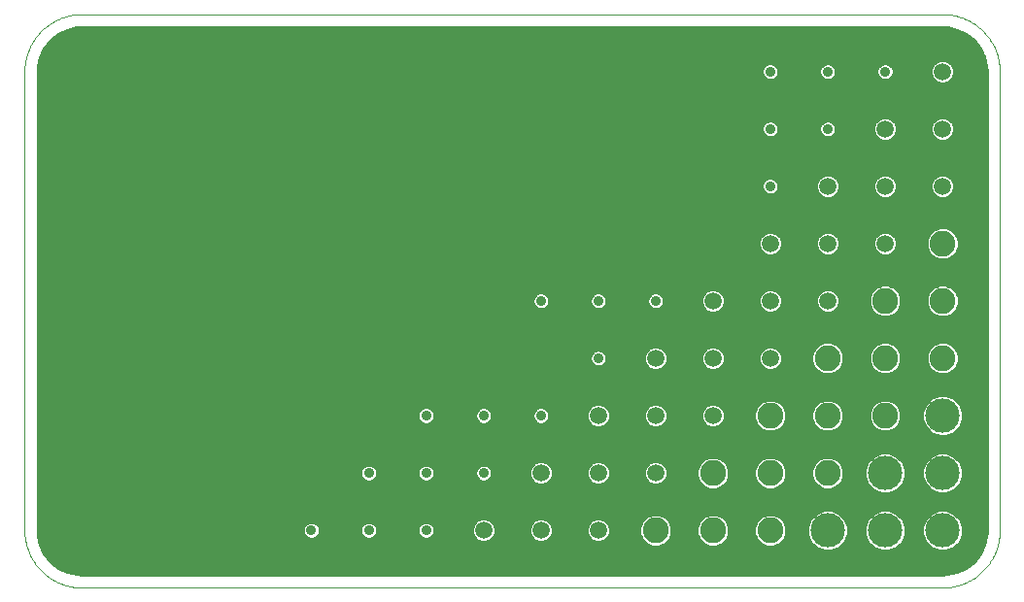
<source format=gtl>
G75*
%MOIN*%
%OFA0B0*%
%FSLAX25Y25*%
%IPPOS*%
%LPD*%
%AMOC8*
5,1,8,0,0,1.08239X$1,22.5*
%
%ADD10C,0.00039*%
%ADD11C,0.01575*%
%ADD12C,0.11811*%
%ADD13C,0.08858*%
%ADD14C,0.05906*%
%ADD15C,0.03569*%
D10*
X0025409Y0005724D02*
X0320685Y0005724D01*
X0321161Y0005730D01*
X0321636Y0005747D01*
X0322111Y0005776D01*
X0322585Y0005816D01*
X0323058Y0005868D01*
X0323529Y0005931D01*
X0323999Y0006005D01*
X0324467Y0006091D01*
X0324933Y0006188D01*
X0325396Y0006296D01*
X0325856Y0006415D01*
X0326314Y0006546D01*
X0326768Y0006687D01*
X0327219Y0006840D01*
X0327665Y0007003D01*
X0328108Y0007177D01*
X0328546Y0007362D01*
X0328980Y0007557D01*
X0329409Y0007763D01*
X0329833Y0007979D01*
X0330252Y0008205D01*
X0330665Y0008441D01*
X0331072Y0008687D01*
X0331473Y0008943D01*
X0331867Y0009209D01*
X0332256Y0009484D01*
X0332637Y0009768D01*
X0333011Y0010061D01*
X0333379Y0010363D01*
X0333739Y0010675D01*
X0334091Y0010994D01*
X0334435Y0011322D01*
X0334772Y0011659D01*
X0335100Y0012003D01*
X0335419Y0012355D01*
X0335731Y0012715D01*
X0336033Y0013083D01*
X0336326Y0013457D01*
X0336610Y0013838D01*
X0336885Y0014227D01*
X0337151Y0014621D01*
X0337407Y0015022D01*
X0337653Y0015429D01*
X0337889Y0015842D01*
X0338115Y0016261D01*
X0338331Y0016685D01*
X0338537Y0017114D01*
X0338732Y0017548D01*
X0338917Y0017986D01*
X0339091Y0018429D01*
X0339254Y0018875D01*
X0339407Y0019326D01*
X0339548Y0019780D01*
X0339679Y0020238D01*
X0339798Y0020698D01*
X0339906Y0021161D01*
X0340003Y0021627D01*
X0340089Y0022095D01*
X0340163Y0022565D01*
X0340226Y0023036D01*
X0340278Y0023509D01*
X0340318Y0023983D01*
X0340347Y0024458D01*
X0340364Y0024933D01*
X0340370Y0025409D01*
X0340370Y0182890D01*
X0340364Y0183366D01*
X0340347Y0183841D01*
X0340318Y0184316D01*
X0340278Y0184790D01*
X0340226Y0185263D01*
X0340163Y0185734D01*
X0340089Y0186204D01*
X0340003Y0186672D01*
X0339906Y0187138D01*
X0339798Y0187601D01*
X0339679Y0188061D01*
X0339548Y0188519D01*
X0339407Y0188973D01*
X0339254Y0189424D01*
X0339091Y0189870D01*
X0338917Y0190313D01*
X0338732Y0190751D01*
X0338537Y0191185D01*
X0338331Y0191614D01*
X0338115Y0192038D01*
X0337889Y0192457D01*
X0337653Y0192870D01*
X0337407Y0193277D01*
X0337151Y0193678D01*
X0336885Y0194072D01*
X0336610Y0194461D01*
X0336326Y0194842D01*
X0336033Y0195216D01*
X0335731Y0195584D01*
X0335419Y0195944D01*
X0335100Y0196296D01*
X0334772Y0196640D01*
X0334435Y0196977D01*
X0334091Y0197305D01*
X0333739Y0197624D01*
X0333379Y0197936D01*
X0333011Y0198238D01*
X0332637Y0198531D01*
X0332256Y0198815D01*
X0331867Y0199090D01*
X0331473Y0199356D01*
X0331072Y0199612D01*
X0330665Y0199858D01*
X0330252Y0200094D01*
X0329833Y0200320D01*
X0329409Y0200536D01*
X0328980Y0200742D01*
X0328546Y0200937D01*
X0328108Y0201122D01*
X0327665Y0201296D01*
X0327219Y0201459D01*
X0326768Y0201612D01*
X0326314Y0201753D01*
X0325856Y0201884D01*
X0325396Y0202003D01*
X0324933Y0202111D01*
X0324467Y0202208D01*
X0323999Y0202294D01*
X0323529Y0202368D01*
X0323058Y0202431D01*
X0322585Y0202483D01*
X0322111Y0202523D01*
X0321636Y0202552D01*
X0321161Y0202569D01*
X0320685Y0202575D01*
X0025409Y0202575D01*
X0024933Y0202569D01*
X0024458Y0202552D01*
X0023983Y0202523D01*
X0023509Y0202483D01*
X0023036Y0202431D01*
X0022565Y0202368D01*
X0022095Y0202294D01*
X0021627Y0202208D01*
X0021161Y0202111D01*
X0020698Y0202003D01*
X0020238Y0201884D01*
X0019780Y0201753D01*
X0019326Y0201612D01*
X0018875Y0201459D01*
X0018429Y0201296D01*
X0017986Y0201122D01*
X0017548Y0200937D01*
X0017114Y0200742D01*
X0016685Y0200536D01*
X0016261Y0200320D01*
X0015842Y0200094D01*
X0015429Y0199858D01*
X0015022Y0199612D01*
X0014621Y0199356D01*
X0014227Y0199090D01*
X0013838Y0198815D01*
X0013457Y0198531D01*
X0013083Y0198238D01*
X0012715Y0197936D01*
X0012355Y0197624D01*
X0012003Y0197305D01*
X0011659Y0196977D01*
X0011322Y0196640D01*
X0010994Y0196296D01*
X0010675Y0195944D01*
X0010363Y0195584D01*
X0010061Y0195216D01*
X0009768Y0194842D01*
X0009484Y0194461D01*
X0009209Y0194072D01*
X0008943Y0193678D01*
X0008687Y0193277D01*
X0008441Y0192870D01*
X0008205Y0192457D01*
X0007979Y0192038D01*
X0007763Y0191614D01*
X0007557Y0191185D01*
X0007362Y0190751D01*
X0007177Y0190313D01*
X0007003Y0189870D01*
X0006840Y0189424D01*
X0006687Y0188973D01*
X0006546Y0188519D01*
X0006415Y0188061D01*
X0006296Y0187601D01*
X0006188Y0187138D01*
X0006091Y0186672D01*
X0006005Y0186204D01*
X0005931Y0185734D01*
X0005868Y0185263D01*
X0005816Y0184790D01*
X0005776Y0184316D01*
X0005747Y0183841D01*
X0005730Y0183366D01*
X0005724Y0182890D01*
X0005724Y0025409D01*
X0005730Y0024933D01*
X0005747Y0024458D01*
X0005776Y0023983D01*
X0005816Y0023509D01*
X0005868Y0023036D01*
X0005931Y0022565D01*
X0006005Y0022095D01*
X0006091Y0021627D01*
X0006188Y0021161D01*
X0006296Y0020698D01*
X0006415Y0020238D01*
X0006546Y0019780D01*
X0006687Y0019326D01*
X0006840Y0018875D01*
X0007003Y0018429D01*
X0007177Y0017986D01*
X0007362Y0017548D01*
X0007557Y0017114D01*
X0007763Y0016685D01*
X0007979Y0016261D01*
X0008205Y0015842D01*
X0008441Y0015429D01*
X0008687Y0015022D01*
X0008943Y0014621D01*
X0009209Y0014227D01*
X0009484Y0013838D01*
X0009768Y0013457D01*
X0010061Y0013083D01*
X0010363Y0012715D01*
X0010675Y0012355D01*
X0010994Y0012003D01*
X0011322Y0011659D01*
X0011659Y0011322D01*
X0012003Y0010994D01*
X0012355Y0010675D01*
X0012715Y0010363D01*
X0013083Y0010061D01*
X0013457Y0009768D01*
X0013838Y0009484D01*
X0014227Y0009209D01*
X0014621Y0008943D01*
X0015022Y0008687D01*
X0015429Y0008441D01*
X0015842Y0008205D01*
X0016261Y0007979D01*
X0016685Y0007763D01*
X0017114Y0007557D01*
X0017548Y0007362D01*
X0017986Y0007177D01*
X0018429Y0007003D01*
X0018875Y0006840D01*
X0019326Y0006687D01*
X0019780Y0006546D01*
X0020238Y0006415D01*
X0020698Y0006296D01*
X0021161Y0006188D01*
X0021627Y0006091D01*
X0022095Y0006005D01*
X0022565Y0005931D01*
X0023036Y0005868D01*
X0023509Y0005816D01*
X0023983Y0005776D01*
X0024458Y0005747D01*
X0024933Y0005730D01*
X0025409Y0005724D01*
D11*
X0020496Y0011366D02*
X0017494Y0012812D01*
X0014889Y0014889D01*
X0012812Y0017494D01*
X0011366Y0020496D01*
X0010625Y0023744D01*
X0010531Y0025409D01*
X0010531Y0182890D01*
X0010625Y0184556D01*
X0011366Y0187804D01*
X0012812Y0190805D01*
X0014889Y0193410D01*
X0017494Y0195487D01*
X0020496Y0196933D01*
X0023744Y0197674D01*
X0025409Y0197768D01*
X0320685Y0197768D01*
X0322351Y0197674D01*
X0325599Y0196933D01*
X0328601Y0195487D01*
X0331205Y0193410D01*
X0333283Y0190805D01*
X0334728Y0187804D01*
X0335469Y0184556D01*
X0335563Y0182890D01*
X0335563Y0025409D01*
X0335469Y0023744D01*
X0334728Y0020496D01*
X0333283Y0017494D01*
X0331205Y0014889D01*
X0328601Y0012812D01*
X0325599Y0011366D01*
X0322351Y0010625D01*
X0320685Y0010531D01*
X0025409Y0010531D01*
X0023744Y0010625D01*
X0020496Y0011366D01*
X0019143Y0012018D02*
X0326951Y0012018D01*
X0329577Y0013591D02*
X0016517Y0013591D01*
X0014670Y0015164D02*
X0331425Y0015164D01*
X0332679Y0016738D02*
X0013415Y0016738D01*
X0012812Y0017494D02*
X0012812Y0017494D01*
X0012418Y0018311D02*
X0279395Y0018311D01*
X0279864Y0018117D02*
X0282766Y0018117D01*
X0285446Y0019227D01*
X0287498Y0021278D01*
X0288608Y0023959D01*
X0288608Y0026860D01*
X0287498Y0029541D01*
X0285446Y0031592D01*
X0282766Y0032702D01*
X0279864Y0032702D01*
X0277184Y0031592D01*
X0275132Y0029541D01*
X0274022Y0026860D01*
X0274022Y0023959D01*
X0275132Y0021278D01*
X0277184Y0019227D01*
X0279864Y0018117D01*
X0283235Y0018311D02*
X0299080Y0018311D01*
X0299549Y0018117D02*
X0302451Y0018117D01*
X0305131Y0019227D01*
X0307183Y0021278D01*
X0308293Y0023959D01*
X0308293Y0026860D01*
X0307183Y0029541D01*
X0305131Y0031592D01*
X0302451Y0032702D01*
X0299549Y0032702D01*
X0296869Y0031592D01*
X0294817Y0029541D01*
X0293707Y0026860D01*
X0293707Y0023959D01*
X0294817Y0021278D01*
X0296869Y0019227D01*
X0299549Y0018117D01*
X0302920Y0018311D02*
X0318765Y0018311D01*
X0319234Y0018117D02*
X0322136Y0018117D01*
X0324816Y0019227D01*
X0326868Y0021278D01*
X0327978Y0023959D01*
X0327978Y0026860D01*
X0326868Y0029541D01*
X0324816Y0031592D01*
X0322136Y0032702D01*
X0319234Y0032702D01*
X0316554Y0031592D01*
X0314502Y0029541D01*
X0313392Y0026860D01*
X0313392Y0023959D01*
X0314502Y0021278D01*
X0316554Y0019227D01*
X0319234Y0018117D01*
X0322605Y0018311D02*
X0333676Y0018311D01*
X0334434Y0019884D02*
X0325474Y0019884D01*
X0326942Y0021458D02*
X0334948Y0021458D01*
X0335307Y0023031D02*
X0327594Y0023031D01*
X0327978Y0024604D02*
X0335518Y0024604D01*
X0335563Y0026177D02*
X0327978Y0026177D01*
X0327609Y0027751D02*
X0335563Y0027751D01*
X0335563Y0029324D02*
X0326957Y0029324D01*
X0325511Y0030897D02*
X0335563Y0030897D01*
X0335563Y0032471D02*
X0322695Y0032471D01*
X0318675Y0032471D02*
X0303010Y0032471D01*
X0305826Y0030897D02*
X0315859Y0030897D01*
X0314413Y0029324D02*
X0307272Y0029324D01*
X0307924Y0027751D02*
X0313761Y0027751D01*
X0313392Y0026177D02*
X0308293Y0026177D01*
X0308293Y0024604D02*
X0313392Y0024604D01*
X0313776Y0023031D02*
X0307909Y0023031D01*
X0307257Y0021458D02*
X0314428Y0021458D01*
X0315896Y0019884D02*
X0305789Y0019884D01*
X0296211Y0019884D02*
X0286103Y0019884D01*
X0287572Y0021458D02*
X0294743Y0021458D01*
X0294091Y0023031D02*
X0288223Y0023031D01*
X0288608Y0024604D02*
X0293707Y0024604D01*
X0293707Y0026177D02*
X0288608Y0026177D01*
X0288239Y0027751D02*
X0294076Y0027751D01*
X0294728Y0029324D02*
X0287587Y0029324D01*
X0286141Y0030897D02*
X0296174Y0030897D01*
X0298990Y0032471D02*
X0283325Y0032471D01*
X0279305Y0032471D02*
X0010531Y0032471D01*
X0010531Y0034044D02*
X0335563Y0034044D01*
X0335563Y0035617D02*
X0010531Y0035617D01*
X0010531Y0037191D02*
X0335563Y0037191D01*
X0335563Y0038764D02*
X0324459Y0038764D01*
X0324816Y0038912D02*
X0326868Y0040963D01*
X0327978Y0043644D01*
X0327978Y0046545D01*
X0326868Y0049226D01*
X0324816Y0051277D01*
X0322136Y0052387D01*
X0319234Y0052387D01*
X0316554Y0051277D01*
X0314502Y0049226D01*
X0313392Y0046545D01*
X0313392Y0043644D01*
X0314502Y0040963D01*
X0316554Y0038912D01*
X0319234Y0037802D01*
X0322136Y0037802D01*
X0324816Y0038912D01*
X0326242Y0040337D02*
X0335563Y0040337D01*
X0335563Y0041911D02*
X0327260Y0041911D01*
X0327912Y0043484D02*
X0335563Y0043484D01*
X0335563Y0045057D02*
X0327978Y0045057D01*
X0327943Y0046631D02*
X0335563Y0046631D01*
X0335563Y0048204D02*
X0327291Y0048204D01*
X0326316Y0049777D02*
X0335563Y0049777D01*
X0335563Y0051351D02*
X0324639Y0051351D01*
X0316731Y0051351D02*
X0304954Y0051351D01*
X0305131Y0051277D02*
X0302451Y0052387D01*
X0299549Y0052387D01*
X0296869Y0051277D01*
X0294817Y0049226D01*
X0293707Y0046545D01*
X0293707Y0043644D01*
X0294817Y0040963D01*
X0296869Y0038912D01*
X0299549Y0037802D01*
X0302451Y0037802D01*
X0305131Y0038912D01*
X0307183Y0040963D01*
X0308293Y0043644D01*
X0308293Y0046545D01*
X0307183Y0049226D01*
X0305131Y0051277D01*
X0306631Y0049777D02*
X0315054Y0049777D01*
X0314079Y0048204D02*
X0307606Y0048204D01*
X0308258Y0046631D02*
X0313428Y0046631D01*
X0313392Y0045057D02*
X0308293Y0045057D01*
X0308227Y0043484D02*
X0313458Y0043484D01*
X0314110Y0041911D02*
X0307575Y0041911D01*
X0306557Y0040337D02*
X0315128Y0040337D01*
X0316911Y0038764D02*
X0304774Y0038764D01*
X0297226Y0038764D02*
X0010531Y0038764D01*
X0010531Y0040337D02*
X0238476Y0040337D01*
X0238650Y0040163D02*
X0240788Y0039278D01*
X0243102Y0039278D01*
X0245240Y0040163D01*
X0246876Y0041800D01*
X0247761Y0043937D01*
X0247761Y0046251D01*
X0246876Y0048389D01*
X0245240Y0050026D01*
X0243102Y0050911D01*
X0240788Y0050911D01*
X0238650Y0050026D01*
X0237014Y0048389D01*
X0236128Y0046251D01*
X0236128Y0043937D01*
X0237014Y0041800D01*
X0238650Y0040163D01*
X0236968Y0041911D02*
X0225214Y0041911D01*
X0224718Y0041415D02*
X0225939Y0042636D01*
X0226600Y0044231D01*
X0226600Y0045958D01*
X0225939Y0047553D01*
X0224718Y0048774D01*
X0223123Y0049435D01*
X0221397Y0049435D01*
X0219801Y0048774D01*
X0218580Y0047553D01*
X0217920Y0045958D01*
X0217920Y0044231D01*
X0218580Y0042636D01*
X0219801Y0041415D01*
X0221397Y0040754D01*
X0223123Y0040754D01*
X0224718Y0041415D01*
X0226290Y0043484D02*
X0236316Y0043484D01*
X0236128Y0045057D02*
X0226600Y0045057D01*
X0226321Y0046631D02*
X0236285Y0046631D01*
X0236937Y0048204D02*
X0225288Y0048204D01*
X0219231Y0048204D02*
X0205603Y0048204D01*
X0205033Y0048774D02*
X0203438Y0049435D01*
X0201711Y0049435D01*
X0200116Y0048774D01*
X0198895Y0047553D01*
X0198235Y0045958D01*
X0198235Y0044231D01*
X0198895Y0042636D01*
X0200116Y0041415D01*
X0201711Y0040754D01*
X0203438Y0040754D01*
X0205033Y0041415D01*
X0206254Y0042636D01*
X0206915Y0044231D01*
X0206915Y0045958D01*
X0206254Y0047553D01*
X0205033Y0048774D01*
X0206636Y0046631D02*
X0218198Y0046631D01*
X0217920Y0045057D02*
X0206915Y0045057D01*
X0206605Y0043484D02*
X0218229Y0043484D01*
X0219306Y0041911D02*
X0205529Y0041911D01*
X0199621Y0041911D02*
X0185844Y0041911D01*
X0185348Y0041415D02*
X0186569Y0042636D01*
X0187230Y0044231D01*
X0187230Y0045958D01*
X0186569Y0047553D01*
X0185348Y0048774D01*
X0183753Y0049435D01*
X0182026Y0049435D01*
X0180431Y0048774D01*
X0179210Y0047553D01*
X0178550Y0045958D01*
X0178550Y0044231D01*
X0179210Y0042636D01*
X0180431Y0041415D01*
X0182026Y0040754D01*
X0183753Y0040754D01*
X0185348Y0041415D01*
X0186920Y0043484D02*
X0198544Y0043484D01*
X0198235Y0045057D02*
X0187230Y0045057D01*
X0186951Y0046631D02*
X0198513Y0046631D01*
X0199546Y0048204D02*
X0185918Y0048204D01*
X0179861Y0048204D02*
X0163986Y0048204D01*
X0163836Y0048266D02*
X0162574Y0048266D01*
X0161408Y0047783D01*
X0160516Y0046891D01*
X0160033Y0045725D01*
X0160033Y0044464D01*
X0160516Y0043298D01*
X0161408Y0042406D01*
X0162574Y0041923D01*
X0163836Y0041923D01*
X0165001Y0042406D01*
X0165894Y0043298D01*
X0166376Y0044464D01*
X0166376Y0045725D01*
X0165894Y0046891D01*
X0165001Y0047783D01*
X0163836Y0048266D01*
X0162424Y0048204D02*
X0144301Y0048204D01*
X0144151Y0048266D02*
X0142889Y0048266D01*
X0141723Y0047783D01*
X0140831Y0046891D01*
X0140348Y0045725D01*
X0140348Y0044464D01*
X0140831Y0043298D01*
X0141723Y0042406D01*
X0142889Y0041923D01*
X0144151Y0041923D01*
X0145316Y0042406D01*
X0146208Y0043298D01*
X0146691Y0044464D01*
X0146691Y0045725D01*
X0146208Y0046891D01*
X0145316Y0047783D01*
X0144151Y0048266D01*
X0142739Y0048204D02*
X0124616Y0048204D01*
X0124466Y0048266D02*
X0125631Y0047783D01*
X0126523Y0046891D01*
X0127006Y0045725D01*
X0127006Y0044464D01*
X0126523Y0043298D01*
X0125631Y0042406D01*
X0124466Y0041923D01*
X0123204Y0041923D01*
X0122038Y0042406D01*
X0121146Y0043298D01*
X0120663Y0044464D01*
X0120663Y0045725D01*
X0121146Y0046891D01*
X0122038Y0047783D01*
X0123204Y0048266D01*
X0124466Y0048266D01*
X0123054Y0048204D02*
X0010531Y0048204D01*
X0010531Y0049777D02*
X0238402Y0049777D01*
X0245488Y0049777D02*
X0258087Y0049777D01*
X0258335Y0050026D02*
X0256699Y0048389D01*
X0255813Y0046251D01*
X0255813Y0043937D01*
X0256699Y0041800D01*
X0258335Y0040163D01*
X0260473Y0039278D01*
X0262787Y0039278D01*
X0264925Y0040163D01*
X0266561Y0041800D01*
X0267446Y0043937D01*
X0267446Y0046251D01*
X0266561Y0048389D01*
X0264925Y0050026D01*
X0262787Y0050911D01*
X0260473Y0050911D01*
X0258335Y0050026D01*
X0256622Y0048204D02*
X0246953Y0048204D01*
X0247604Y0046631D02*
X0255970Y0046631D01*
X0255813Y0045057D02*
X0247761Y0045057D01*
X0247574Y0043484D02*
X0256001Y0043484D01*
X0256653Y0041911D02*
X0246922Y0041911D01*
X0245414Y0040337D02*
X0258161Y0040337D01*
X0265099Y0040337D02*
X0277846Y0040337D01*
X0278020Y0040163D02*
X0280158Y0039278D01*
X0282472Y0039278D01*
X0284610Y0040163D01*
X0286246Y0041800D01*
X0287131Y0043937D01*
X0287131Y0046251D01*
X0286246Y0048389D01*
X0284610Y0050026D01*
X0282472Y0050911D01*
X0280158Y0050911D01*
X0278020Y0050026D01*
X0276384Y0048389D01*
X0275498Y0046251D01*
X0275498Y0043937D01*
X0276384Y0041800D01*
X0278020Y0040163D01*
X0276338Y0041911D02*
X0266607Y0041911D01*
X0267259Y0043484D02*
X0275686Y0043484D01*
X0275498Y0045057D02*
X0267446Y0045057D01*
X0267289Y0046631D02*
X0275655Y0046631D01*
X0276307Y0048204D02*
X0266638Y0048204D01*
X0265173Y0049777D02*
X0277772Y0049777D01*
X0284858Y0049777D02*
X0295369Y0049777D01*
X0294394Y0048204D02*
X0286323Y0048204D01*
X0286974Y0046631D02*
X0293742Y0046631D01*
X0293707Y0045057D02*
X0287131Y0045057D01*
X0286944Y0043484D02*
X0293773Y0043484D01*
X0294425Y0041911D02*
X0286292Y0041911D01*
X0284784Y0040337D02*
X0295443Y0040337D01*
X0297046Y0051351D02*
X0010531Y0051351D01*
X0010531Y0052924D02*
X0335563Y0052924D01*
X0335563Y0054497D02*
X0010531Y0054497D01*
X0010531Y0056070D02*
X0335563Y0056070D01*
X0335563Y0057644D02*
X0322515Y0057644D01*
X0322136Y0057487D02*
X0324816Y0058597D01*
X0326868Y0060648D01*
X0327978Y0063329D01*
X0327978Y0066230D01*
X0326868Y0068911D01*
X0324816Y0070962D01*
X0322136Y0072072D01*
X0319234Y0072072D01*
X0316554Y0070962D01*
X0314502Y0068911D01*
X0313392Y0066230D01*
X0313392Y0063329D01*
X0314502Y0060648D01*
X0316554Y0058597D01*
X0319234Y0057487D01*
X0322136Y0057487D01*
X0318855Y0057644D02*
X0010531Y0057644D01*
X0010531Y0059217D02*
X0259859Y0059217D01*
X0260473Y0058963D02*
X0262787Y0058963D01*
X0264925Y0059848D01*
X0266561Y0061485D01*
X0267446Y0063623D01*
X0267446Y0065937D01*
X0266561Y0068074D01*
X0264925Y0069711D01*
X0262787Y0070596D01*
X0260473Y0070596D01*
X0258335Y0069711D01*
X0256699Y0068074D01*
X0255813Y0065937D01*
X0255813Y0063623D01*
X0256699Y0061485D01*
X0258335Y0059848D01*
X0260473Y0058963D01*
X0263400Y0059217D02*
X0279544Y0059217D01*
X0280158Y0058963D02*
X0282472Y0058963D01*
X0284610Y0059848D01*
X0286246Y0061485D01*
X0287131Y0063623D01*
X0287131Y0065937D01*
X0286246Y0068074D01*
X0284610Y0069711D01*
X0282472Y0070596D01*
X0280158Y0070596D01*
X0278020Y0069711D01*
X0276384Y0068074D01*
X0275498Y0065937D01*
X0275498Y0063623D01*
X0276384Y0061485D01*
X0278020Y0059848D01*
X0280158Y0058963D01*
X0283085Y0059217D02*
X0299230Y0059217D01*
X0299843Y0058963D02*
X0302157Y0058963D01*
X0304295Y0059848D01*
X0305931Y0061485D01*
X0306817Y0063623D01*
X0306817Y0065937D01*
X0305931Y0068074D01*
X0304295Y0069711D01*
X0302157Y0070596D01*
X0299843Y0070596D01*
X0297705Y0069711D01*
X0296069Y0068074D01*
X0295183Y0065937D01*
X0295183Y0063623D01*
X0296069Y0061485D01*
X0297705Y0059848D01*
X0299843Y0058963D01*
X0302770Y0059217D02*
X0315934Y0059217D01*
X0314444Y0060790D02*
X0305237Y0060790D01*
X0306295Y0062364D02*
X0313792Y0062364D01*
X0313392Y0063937D02*
X0306817Y0063937D01*
X0306817Y0065510D02*
X0313392Y0065510D01*
X0313746Y0067084D02*
X0306341Y0067084D01*
X0305348Y0068657D02*
X0314397Y0068657D01*
X0315822Y0070230D02*
X0303040Y0070230D01*
X0298960Y0070230D02*
X0283355Y0070230D01*
X0285663Y0068657D02*
X0296652Y0068657D01*
X0295659Y0067084D02*
X0286656Y0067084D01*
X0287131Y0065510D02*
X0295183Y0065510D01*
X0295183Y0063937D02*
X0287131Y0063937D01*
X0286610Y0062364D02*
X0295705Y0062364D01*
X0296763Y0060790D02*
X0285552Y0060790D01*
X0277078Y0060790D02*
X0265867Y0060790D01*
X0266925Y0062364D02*
X0276020Y0062364D01*
X0275498Y0063937D02*
X0267446Y0063937D01*
X0267446Y0065510D02*
X0275498Y0065510D01*
X0275974Y0067084D02*
X0266971Y0067084D01*
X0265978Y0068657D02*
X0276967Y0068657D01*
X0279275Y0070230D02*
X0263670Y0070230D01*
X0259590Y0070230D02*
X0010531Y0070230D01*
X0010531Y0068657D02*
X0200594Y0068657D01*
X0200116Y0068459D02*
X0198895Y0067238D01*
X0198235Y0065643D01*
X0198235Y0063916D01*
X0198895Y0062321D01*
X0200116Y0061100D01*
X0201711Y0060439D01*
X0203438Y0060439D01*
X0205033Y0061100D01*
X0206254Y0062321D01*
X0206915Y0063916D01*
X0206915Y0065643D01*
X0206254Y0067238D01*
X0205033Y0068459D01*
X0203438Y0069120D01*
X0201711Y0069120D01*
X0200116Y0068459D01*
X0198831Y0067084D02*
X0185071Y0067084D01*
X0184686Y0067468D02*
X0183521Y0067951D01*
X0182259Y0067951D01*
X0181093Y0067468D01*
X0180201Y0066576D01*
X0179718Y0065410D01*
X0179718Y0064149D01*
X0180201Y0062983D01*
X0181093Y0062091D01*
X0182259Y0061608D01*
X0183521Y0061608D01*
X0184686Y0062091D01*
X0185579Y0062983D01*
X0186061Y0064149D01*
X0186061Y0065410D01*
X0185579Y0066576D01*
X0184686Y0067468D01*
X0186020Y0065510D02*
X0198235Y0065510D01*
X0198235Y0063937D02*
X0185974Y0063937D01*
X0184959Y0062364D02*
X0198878Y0062364D01*
X0200864Y0060790D02*
X0010531Y0060790D01*
X0010531Y0062364D02*
X0141450Y0062364D01*
X0141723Y0062091D02*
X0142889Y0061608D01*
X0144151Y0061608D01*
X0145316Y0062091D01*
X0146208Y0062983D01*
X0146691Y0064149D01*
X0146691Y0065410D01*
X0146208Y0066576D01*
X0145316Y0067468D01*
X0144151Y0067951D01*
X0142889Y0067951D01*
X0141723Y0067468D01*
X0140831Y0066576D01*
X0140348Y0065410D01*
X0140348Y0064149D01*
X0140831Y0062983D01*
X0141723Y0062091D01*
X0140436Y0063937D02*
X0010531Y0063937D01*
X0010531Y0065510D02*
X0140389Y0065510D01*
X0141338Y0067084D02*
X0010531Y0067084D01*
X0010531Y0071804D02*
X0318585Y0071804D01*
X0322785Y0071804D02*
X0335563Y0071804D01*
X0335563Y0073377D02*
X0010531Y0073377D01*
X0010531Y0074950D02*
X0335563Y0074950D01*
X0335563Y0076524D02*
X0010531Y0076524D01*
X0010531Y0078097D02*
X0335563Y0078097D01*
X0335563Y0079670D02*
X0324116Y0079670D01*
X0323980Y0079534D02*
X0325616Y0081170D01*
X0326502Y0083308D01*
X0326502Y0085622D01*
X0325616Y0087759D01*
X0323980Y0089396D01*
X0321842Y0090281D01*
X0319528Y0090281D01*
X0317390Y0089396D01*
X0315754Y0087759D01*
X0314869Y0085622D01*
X0314869Y0083308D01*
X0315754Y0081170D01*
X0317390Y0079534D01*
X0319528Y0078648D01*
X0321842Y0078648D01*
X0323980Y0079534D01*
X0325647Y0081244D02*
X0335563Y0081244D01*
X0335563Y0082817D02*
X0326298Y0082817D01*
X0326502Y0084390D02*
X0335563Y0084390D01*
X0335563Y0085963D02*
X0326360Y0085963D01*
X0325708Y0087537D02*
X0335563Y0087537D01*
X0335563Y0089110D02*
X0324265Y0089110D01*
X0317105Y0089110D02*
X0304580Y0089110D01*
X0304295Y0089396D02*
X0305931Y0087759D01*
X0306817Y0085622D01*
X0306817Y0083308D01*
X0305931Y0081170D01*
X0304295Y0079534D01*
X0302157Y0078648D01*
X0299843Y0078648D01*
X0297705Y0079534D01*
X0296069Y0081170D01*
X0295183Y0083308D01*
X0295183Y0085622D01*
X0296069Y0087759D01*
X0297705Y0089396D01*
X0299843Y0090281D01*
X0302157Y0090281D01*
X0304295Y0089396D01*
X0306023Y0087537D02*
X0315662Y0087537D01*
X0315010Y0085963D02*
X0306675Y0085963D01*
X0306817Y0084390D02*
X0314869Y0084390D01*
X0315072Y0082817D02*
X0306613Y0082817D01*
X0305962Y0081244D02*
X0315723Y0081244D01*
X0317254Y0079670D02*
X0304431Y0079670D01*
X0297569Y0079670D02*
X0284746Y0079670D01*
X0284610Y0079534D02*
X0286246Y0081170D01*
X0287131Y0083308D01*
X0287131Y0085622D01*
X0286246Y0087759D01*
X0284610Y0089396D01*
X0282472Y0090281D01*
X0280158Y0090281D01*
X0278020Y0089396D01*
X0276384Y0087759D01*
X0275498Y0085622D01*
X0275498Y0083308D01*
X0276384Y0081170D01*
X0278020Y0079534D01*
X0280158Y0078648D01*
X0282472Y0078648D01*
X0284610Y0079534D01*
X0286277Y0081244D02*
X0296038Y0081244D01*
X0295387Y0082817D02*
X0286928Y0082817D01*
X0287131Y0084390D02*
X0295183Y0084390D01*
X0295325Y0085963D02*
X0286990Y0085963D01*
X0286338Y0087537D02*
X0295977Y0087537D01*
X0297420Y0089110D02*
X0284895Y0089110D01*
X0277735Y0089110D02*
X0010531Y0089110D01*
X0010531Y0087537D02*
X0201704Y0087537D01*
X0201944Y0087636D02*
X0200778Y0087153D01*
X0199886Y0086261D01*
X0199403Y0085095D01*
X0199403Y0083834D01*
X0199886Y0082668D01*
X0200778Y0081776D01*
X0201944Y0081293D01*
X0203206Y0081293D01*
X0204371Y0081776D01*
X0205264Y0082668D01*
X0205746Y0083834D01*
X0205746Y0085095D01*
X0205264Y0086261D01*
X0204371Y0087153D01*
X0203206Y0087636D01*
X0201944Y0087636D01*
X0203446Y0087537D02*
X0219194Y0087537D01*
X0219801Y0088144D02*
X0218580Y0086923D01*
X0217920Y0085328D01*
X0217920Y0083601D01*
X0218580Y0082006D01*
X0219801Y0080785D01*
X0221397Y0080124D01*
X0223123Y0080124D01*
X0224718Y0080785D01*
X0225939Y0082006D01*
X0226600Y0083601D01*
X0226600Y0085328D01*
X0225939Y0086923D01*
X0224718Y0088144D01*
X0223123Y0088805D01*
X0221397Y0088805D01*
X0219801Y0088144D01*
X0218183Y0085963D02*
X0205387Y0085963D01*
X0205746Y0084390D02*
X0217920Y0084390D01*
X0218245Y0082817D02*
X0205325Y0082817D01*
X0199824Y0082817D02*
X0010531Y0082817D01*
X0010531Y0084390D02*
X0199403Y0084390D01*
X0199763Y0085963D02*
X0010531Y0085963D01*
X0010531Y0081244D02*
X0219343Y0081244D01*
X0225177Y0081244D02*
X0239028Y0081244D01*
X0239486Y0080785D02*
X0241082Y0080124D01*
X0242808Y0080124D01*
X0244403Y0080785D01*
X0245624Y0082006D01*
X0246285Y0083601D01*
X0246285Y0085328D01*
X0245624Y0086923D01*
X0244403Y0088144D01*
X0242808Y0088805D01*
X0241082Y0088805D01*
X0239486Y0088144D01*
X0238265Y0086923D01*
X0237605Y0085328D01*
X0237605Y0083601D01*
X0238265Y0082006D01*
X0239486Y0080785D01*
X0237930Y0082817D02*
X0226275Y0082817D01*
X0226600Y0084390D02*
X0237605Y0084390D01*
X0237868Y0085963D02*
X0226337Y0085963D01*
X0225326Y0087537D02*
X0238879Y0087537D01*
X0245011Y0087537D02*
X0258564Y0087537D01*
X0259171Y0088144D02*
X0257951Y0086923D01*
X0257290Y0085328D01*
X0257290Y0083601D01*
X0257951Y0082006D01*
X0259171Y0080785D01*
X0260767Y0080124D01*
X0262493Y0080124D01*
X0264088Y0080785D01*
X0265309Y0082006D01*
X0265970Y0083601D01*
X0265970Y0085328D01*
X0265309Y0086923D01*
X0264088Y0088144D01*
X0262493Y0088805D01*
X0260767Y0088805D01*
X0259171Y0088144D01*
X0257553Y0085963D02*
X0246022Y0085963D01*
X0246285Y0084390D02*
X0257290Y0084390D01*
X0257615Y0082817D02*
X0245960Y0082817D01*
X0244862Y0081244D02*
X0258713Y0081244D01*
X0264547Y0081244D02*
X0276353Y0081244D01*
X0275702Y0082817D02*
X0265645Y0082817D01*
X0265970Y0084390D02*
X0275498Y0084390D01*
X0275640Y0085963D02*
X0265707Y0085963D01*
X0264696Y0087537D02*
X0276292Y0087537D01*
X0277884Y0079670D02*
X0010531Y0079670D01*
X0010531Y0090683D02*
X0335563Y0090683D01*
X0335563Y0092257D02*
X0010531Y0092257D01*
X0010531Y0093830D02*
X0335563Y0093830D01*
X0335563Y0095403D02*
X0010531Y0095403D01*
X0010531Y0096977D02*
X0335563Y0096977D01*
X0335563Y0098550D02*
X0322366Y0098550D01*
X0321842Y0098333D02*
X0323980Y0099219D01*
X0325616Y0100855D01*
X0326502Y0102993D01*
X0326502Y0105307D01*
X0325616Y0107444D01*
X0323980Y0109081D01*
X0321842Y0109966D01*
X0319528Y0109966D01*
X0317390Y0109081D01*
X0315754Y0107444D01*
X0314869Y0105307D01*
X0314869Y0102993D01*
X0315754Y0100855D01*
X0317390Y0099219D01*
X0319528Y0098333D01*
X0321842Y0098333D01*
X0319004Y0098550D02*
X0302681Y0098550D01*
X0302157Y0098333D02*
X0304295Y0099219D01*
X0305931Y0100855D01*
X0306817Y0102993D01*
X0306817Y0105307D01*
X0305931Y0107444D01*
X0304295Y0109081D01*
X0302157Y0109966D01*
X0299843Y0109966D01*
X0297705Y0109081D01*
X0296069Y0107444D01*
X0295183Y0105307D01*
X0295183Y0102993D01*
X0296069Y0100855D01*
X0297705Y0099219D01*
X0299843Y0098333D01*
X0302157Y0098333D01*
X0299319Y0098550D02*
X0010531Y0098550D01*
X0010531Y0100123D02*
X0240324Y0100123D01*
X0241082Y0099809D02*
X0239486Y0100470D01*
X0238265Y0101691D01*
X0237605Y0103286D01*
X0237605Y0105013D01*
X0238265Y0106608D01*
X0239486Y0107829D01*
X0241082Y0108490D01*
X0242808Y0108490D01*
X0244403Y0107829D01*
X0245624Y0106608D01*
X0246285Y0105013D01*
X0246285Y0103286D01*
X0245624Y0101691D01*
X0244403Y0100470D01*
X0242808Y0099809D01*
X0241082Y0099809D01*
X0243566Y0100123D02*
X0260009Y0100123D01*
X0260767Y0099809D02*
X0262493Y0099809D01*
X0264088Y0100470D01*
X0265309Y0101691D01*
X0265970Y0103286D01*
X0265970Y0105013D01*
X0265309Y0106608D01*
X0264088Y0107829D01*
X0262493Y0108490D01*
X0260767Y0108490D01*
X0259171Y0107829D01*
X0257951Y0106608D01*
X0257290Y0105013D01*
X0257290Y0103286D01*
X0257951Y0101691D01*
X0259171Y0100470D01*
X0260767Y0099809D01*
X0263251Y0100123D02*
X0279694Y0100123D01*
X0280452Y0099809D02*
X0278856Y0100470D01*
X0277636Y0101691D01*
X0276975Y0103286D01*
X0276975Y0105013D01*
X0277636Y0106608D01*
X0278856Y0107829D01*
X0280452Y0108490D01*
X0282178Y0108490D01*
X0283773Y0107829D01*
X0284994Y0106608D01*
X0285655Y0105013D01*
X0285655Y0103286D01*
X0284994Y0101691D01*
X0283773Y0100470D01*
X0282178Y0099809D01*
X0280452Y0099809D01*
X0282936Y0100123D02*
X0296800Y0100123D01*
X0295720Y0101697D02*
X0284997Y0101697D01*
X0285648Y0103270D02*
X0295183Y0103270D01*
X0295183Y0104843D02*
X0285655Y0104843D01*
X0285074Y0106417D02*
X0295643Y0106417D01*
X0296614Y0107990D02*
X0283385Y0107990D01*
X0279245Y0107990D02*
X0263700Y0107990D01*
X0265389Y0106417D02*
X0277556Y0106417D01*
X0276975Y0104843D02*
X0265970Y0104843D01*
X0265963Y0103270D02*
X0276982Y0103270D01*
X0277633Y0101697D02*
X0265312Y0101697D01*
X0257948Y0101697D02*
X0245627Y0101697D01*
X0246278Y0103270D02*
X0257297Y0103270D01*
X0257290Y0104843D02*
X0246285Y0104843D01*
X0245704Y0106417D02*
X0257871Y0106417D01*
X0259560Y0107990D02*
X0244015Y0107990D01*
X0239875Y0107990D02*
X0010531Y0107990D01*
X0010531Y0109563D02*
X0298870Y0109563D01*
X0303130Y0109563D02*
X0318555Y0109563D01*
X0316299Y0107990D02*
X0305386Y0107990D01*
X0306357Y0106417D02*
X0315328Y0106417D01*
X0314869Y0104843D02*
X0306817Y0104843D01*
X0306817Y0103270D02*
X0314869Y0103270D01*
X0315405Y0101697D02*
X0306280Y0101697D01*
X0305199Y0100123D02*
X0316486Y0100123D01*
X0324885Y0100123D02*
X0335563Y0100123D01*
X0335563Y0101697D02*
X0325965Y0101697D01*
X0326502Y0103270D02*
X0335563Y0103270D01*
X0335563Y0104843D02*
X0326502Y0104843D01*
X0326042Y0106417D02*
X0335563Y0106417D01*
X0335563Y0107990D02*
X0325071Y0107990D01*
X0322815Y0109563D02*
X0335563Y0109563D01*
X0335563Y0111136D02*
X0010531Y0111136D01*
X0010531Y0112710D02*
X0335563Y0112710D01*
X0335563Y0114283D02*
X0010531Y0114283D01*
X0010531Y0115856D02*
X0335563Y0115856D01*
X0335563Y0117430D02*
X0010531Y0117430D01*
X0010531Y0119003D02*
X0317291Y0119003D01*
X0317390Y0118904D02*
X0319528Y0118018D01*
X0321842Y0118018D01*
X0323980Y0118904D01*
X0325616Y0120540D01*
X0326502Y0122678D01*
X0326502Y0124992D01*
X0325616Y0127129D01*
X0323980Y0128766D01*
X0321842Y0129651D01*
X0319528Y0129651D01*
X0317390Y0128766D01*
X0315754Y0127129D01*
X0314869Y0124992D01*
X0314869Y0122678D01*
X0315754Y0120540D01*
X0317390Y0118904D01*
X0315739Y0120576D02*
X0303880Y0120576D01*
X0303458Y0120155D02*
X0304679Y0121376D01*
X0305340Y0122971D01*
X0305340Y0124698D01*
X0304679Y0126293D01*
X0303458Y0127514D01*
X0301863Y0128175D01*
X0300137Y0128175D01*
X0298541Y0127514D01*
X0297321Y0126293D01*
X0296660Y0124698D01*
X0296660Y0122971D01*
X0297321Y0121376D01*
X0298541Y0120155D01*
X0300137Y0119494D01*
X0301863Y0119494D01*
X0303458Y0120155D01*
X0305000Y0122150D02*
X0315087Y0122150D01*
X0314869Y0123723D02*
X0305340Y0123723D01*
X0305092Y0125296D02*
X0314995Y0125296D01*
X0315646Y0126870D02*
X0304103Y0126870D01*
X0297897Y0126870D02*
X0284418Y0126870D01*
X0284994Y0126293D02*
X0283773Y0127514D01*
X0282178Y0128175D01*
X0280452Y0128175D01*
X0278856Y0127514D01*
X0277636Y0126293D01*
X0276975Y0124698D01*
X0276975Y0122971D01*
X0277636Y0121376D01*
X0278856Y0120155D01*
X0280452Y0119494D01*
X0282178Y0119494D01*
X0283773Y0120155D01*
X0284994Y0121376D01*
X0285655Y0122971D01*
X0285655Y0124698D01*
X0284994Y0126293D01*
X0285407Y0125296D02*
X0296908Y0125296D01*
X0296660Y0123723D02*
X0285655Y0123723D01*
X0285315Y0122150D02*
X0297000Y0122150D01*
X0298120Y0120576D02*
X0284195Y0120576D01*
X0278435Y0120576D02*
X0264510Y0120576D01*
X0264088Y0120155D02*
X0265309Y0121376D01*
X0265970Y0122971D01*
X0265970Y0124698D01*
X0265309Y0126293D01*
X0264088Y0127514D01*
X0262493Y0128175D01*
X0260767Y0128175D01*
X0259171Y0127514D01*
X0257951Y0126293D01*
X0257290Y0124698D01*
X0257290Y0122971D01*
X0257951Y0121376D01*
X0259171Y0120155D01*
X0260767Y0119494D01*
X0262493Y0119494D01*
X0264088Y0120155D01*
X0265630Y0122150D02*
X0277315Y0122150D01*
X0276975Y0123723D02*
X0265970Y0123723D01*
X0265722Y0125296D02*
X0277223Y0125296D01*
X0278212Y0126870D02*
X0264733Y0126870D01*
X0258527Y0126870D02*
X0010531Y0126870D01*
X0010531Y0128443D02*
X0317068Y0128443D01*
X0324303Y0128443D02*
X0335563Y0128443D01*
X0335563Y0130016D02*
X0010531Y0130016D01*
X0010531Y0131590D02*
X0335563Y0131590D01*
X0335563Y0133163D02*
X0010531Y0133163D01*
X0010531Y0134736D02*
X0335563Y0134736D01*
X0335563Y0136310D02*
X0010531Y0136310D01*
X0010531Y0137883D02*
X0335563Y0137883D01*
X0335563Y0139456D02*
X0322216Y0139456D01*
X0321548Y0139180D02*
X0323144Y0139840D01*
X0324364Y0141061D01*
X0325025Y0142656D01*
X0325025Y0144383D01*
X0324364Y0145978D01*
X0323144Y0147199D01*
X0321548Y0147860D01*
X0319822Y0147860D01*
X0318227Y0147199D01*
X0317006Y0145978D01*
X0316345Y0144383D01*
X0316345Y0142656D01*
X0317006Y0141061D01*
X0318227Y0139840D01*
X0319822Y0139180D01*
X0321548Y0139180D01*
X0319154Y0139456D02*
X0302531Y0139456D01*
X0301863Y0139180D02*
X0303458Y0139840D01*
X0304679Y0141061D01*
X0305340Y0142656D01*
X0305340Y0144383D01*
X0304679Y0145978D01*
X0303458Y0147199D01*
X0301863Y0147860D01*
X0300137Y0147860D01*
X0298541Y0147199D01*
X0297321Y0145978D01*
X0296660Y0144383D01*
X0296660Y0142656D01*
X0297321Y0141061D01*
X0298541Y0139840D01*
X0300137Y0139180D01*
X0301863Y0139180D01*
X0299469Y0139456D02*
X0282846Y0139456D01*
X0282178Y0139180D02*
X0283773Y0139840D01*
X0284994Y0141061D01*
X0285655Y0142656D01*
X0285655Y0144383D01*
X0284994Y0145978D01*
X0283773Y0147199D01*
X0282178Y0147860D01*
X0280452Y0147860D01*
X0278856Y0147199D01*
X0277636Y0145978D01*
X0276975Y0144383D01*
X0276975Y0142656D01*
X0277636Y0141061D01*
X0278856Y0139840D01*
X0280452Y0139180D01*
X0282178Y0139180D01*
X0279784Y0139456D02*
X0010531Y0139456D01*
X0010531Y0141029D02*
X0259635Y0141029D01*
X0259833Y0140831D02*
X0260999Y0140348D01*
X0262261Y0140348D01*
X0263427Y0140831D01*
X0264319Y0141723D01*
X0264802Y0142889D01*
X0264802Y0144151D01*
X0264319Y0145316D01*
X0263427Y0146208D01*
X0262261Y0146691D01*
X0260999Y0146691D01*
X0259833Y0146208D01*
X0258941Y0145316D01*
X0258458Y0144151D01*
X0258458Y0142889D01*
X0258941Y0141723D01*
X0259833Y0140831D01*
X0258577Y0142603D02*
X0010531Y0142603D01*
X0010531Y0144176D02*
X0258469Y0144176D01*
X0259374Y0145749D02*
X0010531Y0145749D01*
X0010531Y0147323D02*
X0279155Y0147323D01*
X0277541Y0145749D02*
X0263886Y0145749D01*
X0264791Y0144176D02*
X0276975Y0144176D01*
X0276997Y0142603D02*
X0264683Y0142603D01*
X0263625Y0141029D02*
X0277667Y0141029D01*
X0284963Y0141029D02*
X0297352Y0141029D01*
X0296682Y0142603D02*
X0285633Y0142603D01*
X0285655Y0144176D02*
X0296660Y0144176D01*
X0297226Y0145749D02*
X0285089Y0145749D01*
X0283475Y0147323D02*
X0298840Y0147323D01*
X0303160Y0147323D02*
X0318525Y0147323D01*
X0316911Y0145749D02*
X0304774Y0145749D01*
X0305340Y0144176D02*
X0316345Y0144176D01*
X0316367Y0142603D02*
X0305318Y0142603D01*
X0304648Y0141029D02*
X0317037Y0141029D01*
X0324333Y0141029D02*
X0335563Y0141029D01*
X0335563Y0142603D02*
X0325003Y0142603D01*
X0325025Y0144176D02*
X0335563Y0144176D01*
X0335563Y0145749D02*
X0324459Y0145749D01*
X0322845Y0147323D02*
X0335563Y0147323D01*
X0335563Y0148896D02*
X0010531Y0148896D01*
X0010531Y0150469D02*
X0335563Y0150469D01*
X0335563Y0152043D02*
X0010531Y0152043D01*
X0010531Y0153616D02*
X0335563Y0153616D01*
X0335563Y0155189D02*
X0010531Y0155189D01*
X0010531Y0156763D02*
X0335563Y0156763D01*
X0335563Y0158336D02*
X0010531Y0158336D01*
X0010531Y0159909D02*
X0298158Y0159909D01*
X0298541Y0159525D02*
X0300137Y0158865D01*
X0301863Y0158865D01*
X0303458Y0159525D01*
X0304679Y0160746D01*
X0305340Y0162341D01*
X0305340Y0164068D01*
X0304679Y0165663D01*
X0303458Y0166884D01*
X0301863Y0167545D01*
X0300137Y0167545D01*
X0298541Y0166884D01*
X0297321Y0165663D01*
X0296660Y0164068D01*
X0296660Y0162341D01*
X0297321Y0160746D01*
X0298541Y0159525D01*
X0297016Y0161483D02*
X0284035Y0161483D01*
X0284004Y0161408D02*
X0284487Y0162574D01*
X0284487Y0163836D01*
X0284004Y0165001D01*
X0283112Y0165894D01*
X0281946Y0166376D01*
X0280684Y0166376D01*
X0279518Y0165894D01*
X0278626Y0165001D01*
X0278143Y0163836D01*
X0278143Y0162574D01*
X0278626Y0161408D01*
X0279518Y0160516D01*
X0280684Y0160033D01*
X0281946Y0160033D01*
X0283112Y0160516D01*
X0284004Y0161408D01*
X0284487Y0163056D02*
X0296660Y0163056D01*
X0296892Y0164629D02*
X0284158Y0164629D01*
X0282366Y0166202D02*
X0297860Y0166202D01*
X0304140Y0166202D02*
X0317545Y0166202D01*
X0317006Y0165663D02*
X0316345Y0164068D01*
X0316345Y0162341D01*
X0317006Y0160746D01*
X0318227Y0159525D01*
X0319822Y0158865D01*
X0321548Y0158865D01*
X0323144Y0159525D01*
X0324364Y0160746D01*
X0325025Y0162341D01*
X0325025Y0164068D01*
X0324364Y0165663D01*
X0323144Y0166884D01*
X0321548Y0167545D01*
X0319822Y0167545D01*
X0318227Y0166884D01*
X0317006Y0165663D01*
X0316577Y0164629D02*
X0305108Y0164629D01*
X0305340Y0163056D02*
X0316345Y0163056D01*
X0316701Y0161483D02*
X0304984Y0161483D01*
X0303842Y0159909D02*
X0317843Y0159909D01*
X0323527Y0159909D02*
X0335563Y0159909D01*
X0335563Y0161483D02*
X0324669Y0161483D01*
X0325025Y0163056D02*
X0335563Y0163056D01*
X0335563Y0164629D02*
X0324793Y0164629D01*
X0323825Y0166202D02*
X0335563Y0166202D01*
X0335563Y0167776D02*
X0010531Y0167776D01*
X0010531Y0169349D02*
X0335563Y0169349D01*
X0335563Y0170922D02*
X0010531Y0170922D01*
X0010531Y0172496D02*
X0335563Y0172496D01*
X0335563Y0174069D02*
X0010531Y0174069D01*
X0010531Y0175642D02*
X0335563Y0175642D01*
X0335563Y0177216D02*
X0010531Y0177216D01*
X0010531Y0178789D02*
X0319244Y0178789D01*
X0319822Y0178550D02*
X0321548Y0178550D01*
X0323144Y0179210D01*
X0324364Y0180431D01*
X0325025Y0182026D01*
X0325025Y0183753D01*
X0324364Y0185348D01*
X0323144Y0186569D01*
X0321548Y0187230D01*
X0319822Y0187230D01*
X0318227Y0186569D01*
X0317006Y0185348D01*
X0316345Y0183753D01*
X0316345Y0182026D01*
X0317006Y0180431D01*
X0318227Y0179210D01*
X0319822Y0178550D01*
X0322126Y0178789D02*
X0335563Y0178789D01*
X0335563Y0180362D02*
X0324295Y0180362D01*
X0324988Y0181936D02*
X0335563Y0181936D01*
X0335528Y0183509D02*
X0325025Y0183509D01*
X0324475Y0185082D02*
X0335349Y0185082D01*
X0334990Y0186656D02*
X0322935Y0186656D01*
X0318435Y0186656D02*
X0011104Y0186656D01*
X0010745Y0185082D02*
X0259337Y0185082D01*
X0258941Y0184686D02*
X0258458Y0183521D01*
X0258458Y0182259D01*
X0258941Y0181093D01*
X0259833Y0180201D01*
X0260999Y0179718D01*
X0262261Y0179718D01*
X0263427Y0180201D01*
X0264319Y0181093D01*
X0264802Y0182259D01*
X0264802Y0183521D01*
X0264319Y0184686D01*
X0263427Y0185579D01*
X0262261Y0186061D01*
X0260999Y0186061D01*
X0259833Y0185579D01*
X0258941Y0184686D01*
X0258458Y0183509D02*
X0010566Y0183509D01*
X0010531Y0181936D02*
X0258592Y0181936D01*
X0259672Y0180362D02*
X0010531Y0180362D01*
X0011571Y0188229D02*
X0334523Y0188229D01*
X0333766Y0189802D02*
X0012329Y0189802D01*
X0013267Y0191376D02*
X0332828Y0191376D01*
X0331573Y0192949D02*
X0014521Y0192949D01*
X0016284Y0194522D02*
X0329811Y0194522D01*
X0327338Y0196095D02*
X0018757Y0196095D01*
X0023720Y0197669D02*
X0322374Y0197669D01*
X0316895Y0185082D02*
X0303293Y0185082D01*
X0303689Y0184686D02*
X0302797Y0185579D01*
X0301631Y0186061D01*
X0300369Y0186061D01*
X0299203Y0185579D01*
X0298311Y0184686D01*
X0297828Y0183521D01*
X0297828Y0182259D01*
X0298311Y0181093D01*
X0299203Y0180201D01*
X0300369Y0179718D01*
X0301631Y0179718D01*
X0302797Y0180201D01*
X0303689Y0181093D01*
X0304172Y0182259D01*
X0304172Y0183521D01*
X0303689Y0184686D01*
X0304172Y0183509D02*
X0316345Y0183509D01*
X0316382Y0181936D02*
X0304038Y0181936D01*
X0302958Y0180362D02*
X0317075Y0180362D01*
X0299042Y0180362D02*
X0283273Y0180362D01*
X0283112Y0180201D02*
X0284004Y0181093D01*
X0284487Y0182259D01*
X0284487Y0183521D01*
X0284004Y0184686D01*
X0283112Y0185579D01*
X0281946Y0186061D01*
X0280684Y0186061D01*
X0279518Y0185579D01*
X0278626Y0184686D01*
X0278143Y0183521D01*
X0278143Y0182259D01*
X0278626Y0181093D01*
X0279518Y0180201D01*
X0280684Y0179718D01*
X0281946Y0179718D01*
X0283112Y0180201D01*
X0284353Y0181936D02*
X0297962Y0181936D01*
X0297828Y0183509D02*
X0284487Y0183509D01*
X0283608Y0185082D02*
X0298707Y0185082D01*
X0279022Y0185082D02*
X0263923Y0185082D01*
X0264802Y0183509D02*
X0278143Y0183509D01*
X0278277Y0181936D02*
X0264668Y0181936D01*
X0263588Y0180362D02*
X0279357Y0180362D01*
X0280264Y0166202D02*
X0262681Y0166202D01*
X0262261Y0166376D02*
X0260999Y0166376D01*
X0259833Y0165894D01*
X0258941Y0165001D01*
X0258458Y0163836D01*
X0258458Y0162574D01*
X0258941Y0161408D01*
X0259833Y0160516D01*
X0260999Y0160033D01*
X0262261Y0160033D01*
X0263427Y0160516D01*
X0264319Y0161408D01*
X0264802Y0162574D01*
X0264802Y0163836D01*
X0264319Y0165001D01*
X0263427Y0165894D01*
X0262261Y0166376D01*
X0260579Y0166202D02*
X0010531Y0166202D01*
X0010531Y0164629D02*
X0258787Y0164629D01*
X0258458Y0163056D02*
X0010531Y0163056D01*
X0010531Y0161483D02*
X0258910Y0161483D01*
X0264350Y0161483D02*
X0278595Y0161483D01*
X0278143Y0163056D02*
X0264802Y0163056D01*
X0264473Y0164629D02*
X0278472Y0164629D01*
X0241551Y0182890D02*
X0241553Y0182929D01*
X0241559Y0182968D01*
X0241569Y0183006D01*
X0241582Y0183043D01*
X0241599Y0183078D01*
X0241619Y0183112D01*
X0241643Y0183143D01*
X0241670Y0183172D01*
X0241699Y0183198D01*
X0241731Y0183221D01*
X0241765Y0183241D01*
X0241801Y0183257D01*
X0241838Y0183269D01*
X0241877Y0183278D01*
X0241916Y0183283D01*
X0241955Y0183284D01*
X0241994Y0183281D01*
X0242033Y0183274D01*
X0242070Y0183263D01*
X0242107Y0183249D01*
X0242142Y0183231D01*
X0242175Y0183210D01*
X0242206Y0183185D01*
X0242234Y0183158D01*
X0242259Y0183128D01*
X0242281Y0183095D01*
X0242300Y0183061D01*
X0242315Y0183025D01*
X0242327Y0182987D01*
X0242335Y0182949D01*
X0242339Y0182910D01*
X0242339Y0182870D01*
X0242335Y0182831D01*
X0242327Y0182793D01*
X0242315Y0182755D01*
X0242300Y0182719D01*
X0242281Y0182685D01*
X0242259Y0182652D01*
X0242234Y0182622D01*
X0242206Y0182595D01*
X0242175Y0182570D01*
X0242142Y0182549D01*
X0242107Y0182531D01*
X0242070Y0182517D01*
X0242033Y0182506D01*
X0241994Y0182499D01*
X0241955Y0182496D01*
X0241916Y0182497D01*
X0241877Y0182502D01*
X0241838Y0182511D01*
X0241801Y0182523D01*
X0241765Y0182539D01*
X0241731Y0182559D01*
X0241699Y0182582D01*
X0241670Y0182608D01*
X0241643Y0182637D01*
X0241619Y0182668D01*
X0241599Y0182702D01*
X0241582Y0182737D01*
X0241569Y0182774D01*
X0241559Y0182812D01*
X0241553Y0182851D01*
X0241551Y0182890D01*
X0221866Y0182890D02*
X0221868Y0182929D01*
X0221874Y0182968D01*
X0221884Y0183006D01*
X0221897Y0183043D01*
X0221914Y0183078D01*
X0221934Y0183112D01*
X0221958Y0183143D01*
X0221985Y0183172D01*
X0222014Y0183198D01*
X0222046Y0183221D01*
X0222080Y0183241D01*
X0222116Y0183257D01*
X0222153Y0183269D01*
X0222192Y0183278D01*
X0222231Y0183283D01*
X0222270Y0183284D01*
X0222309Y0183281D01*
X0222348Y0183274D01*
X0222385Y0183263D01*
X0222422Y0183249D01*
X0222457Y0183231D01*
X0222490Y0183210D01*
X0222521Y0183185D01*
X0222549Y0183158D01*
X0222574Y0183128D01*
X0222596Y0183095D01*
X0222615Y0183061D01*
X0222630Y0183025D01*
X0222642Y0182987D01*
X0222650Y0182949D01*
X0222654Y0182910D01*
X0222654Y0182870D01*
X0222650Y0182831D01*
X0222642Y0182793D01*
X0222630Y0182755D01*
X0222615Y0182719D01*
X0222596Y0182685D01*
X0222574Y0182652D01*
X0222549Y0182622D01*
X0222521Y0182595D01*
X0222490Y0182570D01*
X0222457Y0182549D01*
X0222422Y0182531D01*
X0222385Y0182517D01*
X0222348Y0182506D01*
X0222309Y0182499D01*
X0222270Y0182496D01*
X0222231Y0182497D01*
X0222192Y0182502D01*
X0222153Y0182511D01*
X0222116Y0182523D01*
X0222080Y0182539D01*
X0222046Y0182559D01*
X0222014Y0182582D01*
X0221985Y0182608D01*
X0221958Y0182637D01*
X0221934Y0182668D01*
X0221914Y0182702D01*
X0221897Y0182737D01*
X0221884Y0182774D01*
X0221874Y0182812D01*
X0221868Y0182851D01*
X0221866Y0182890D01*
X0202181Y0182890D02*
X0202183Y0182929D01*
X0202189Y0182968D01*
X0202199Y0183006D01*
X0202212Y0183043D01*
X0202229Y0183078D01*
X0202249Y0183112D01*
X0202273Y0183143D01*
X0202300Y0183172D01*
X0202329Y0183198D01*
X0202361Y0183221D01*
X0202395Y0183241D01*
X0202431Y0183257D01*
X0202468Y0183269D01*
X0202507Y0183278D01*
X0202546Y0183283D01*
X0202585Y0183284D01*
X0202624Y0183281D01*
X0202663Y0183274D01*
X0202700Y0183263D01*
X0202737Y0183249D01*
X0202772Y0183231D01*
X0202805Y0183210D01*
X0202836Y0183185D01*
X0202864Y0183158D01*
X0202889Y0183128D01*
X0202911Y0183095D01*
X0202930Y0183061D01*
X0202945Y0183025D01*
X0202957Y0182987D01*
X0202965Y0182949D01*
X0202969Y0182910D01*
X0202969Y0182870D01*
X0202965Y0182831D01*
X0202957Y0182793D01*
X0202945Y0182755D01*
X0202930Y0182719D01*
X0202911Y0182685D01*
X0202889Y0182652D01*
X0202864Y0182622D01*
X0202836Y0182595D01*
X0202805Y0182570D01*
X0202772Y0182549D01*
X0202737Y0182531D01*
X0202700Y0182517D01*
X0202663Y0182506D01*
X0202624Y0182499D01*
X0202585Y0182496D01*
X0202546Y0182497D01*
X0202507Y0182502D01*
X0202468Y0182511D01*
X0202431Y0182523D01*
X0202395Y0182539D01*
X0202361Y0182559D01*
X0202329Y0182582D01*
X0202300Y0182608D01*
X0202273Y0182637D01*
X0202249Y0182668D01*
X0202229Y0182702D01*
X0202212Y0182737D01*
X0202199Y0182774D01*
X0202189Y0182812D01*
X0202183Y0182851D01*
X0202181Y0182890D01*
X0257538Y0125296D02*
X0010531Y0125296D01*
X0010531Y0123723D02*
X0257290Y0123723D01*
X0257630Y0122150D02*
X0010531Y0122150D01*
X0010531Y0120576D02*
X0258750Y0120576D01*
X0238186Y0106417D02*
X0224478Y0106417D01*
X0224056Y0106838D02*
X0222891Y0107321D01*
X0221629Y0107321D01*
X0220463Y0106838D01*
X0219571Y0105946D01*
X0219088Y0104780D01*
X0219088Y0103519D01*
X0219571Y0102353D01*
X0220463Y0101461D01*
X0221629Y0100978D01*
X0222891Y0100978D01*
X0224056Y0101461D01*
X0224949Y0102353D01*
X0225431Y0103519D01*
X0225431Y0104780D01*
X0224949Y0105946D01*
X0224056Y0106838D01*
X0225405Y0104843D02*
X0237605Y0104843D01*
X0237612Y0103270D02*
X0225328Y0103270D01*
X0224292Y0101697D02*
X0238263Y0101697D01*
X0220227Y0101697D02*
X0204607Y0101697D01*
X0204371Y0101461D02*
X0205264Y0102353D01*
X0205746Y0103519D01*
X0205746Y0104780D01*
X0205264Y0105946D01*
X0204371Y0106838D01*
X0203206Y0107321D01*
X0201944Y0107321D01*
X0200778Y0106838D01*
X0199886Y0105946D01*
X0199403Y0104780D01*
X0199403Y0103519D01*
X0199886Y0102353D01*
X0200778Y0101461D01*
X0201944Y0100978D01*
X0203206Y0100978D01*
X0204371Y0101461D01*
X0205643Y0103270D02*
X0219191Y0103270D01*
X0219114Y0104843D02*
X0205720Y0104843D01*
X0204793Y0106417D02*
X0220041Y0106417D01*
X0200356Y0106417D02*
X0185108Y0106417D01*
X0184686Y0106838D02*
X0183521Y0107321D01*
X0182259Y0107321D01*
X0181093Y0106838D01*
X0180201Y0105946D01*
X0179718Y0104780D01*
X0179718Y0103519D01*
X0180201Y0102353D01*
X0181093Y0101461D01*
X0182259Y0100978D01*
X0183521Y0100978D01*
X0184686Y0101461D01*
X0185579Y0102353D01*
X0186061Y0103519D01*
X0186061Y0104780D01*
X0185579Y0105946D01*
X0184686Y0106838D01*
X0186035Y0104843D02*
X0199429Y0104843D01*
X0199506Y0103270D02*
X0185958Y0103270D01*
X0184922Y0101697D02*
X0200542Y0101697D01*
X0180857Y0101697D02*
X0010531Y0101697D01*
X0010531Y0103270D02*
X0179821Y0103270D01*
X0179744Y0104843D02*
X0010531Y0104843D01*
X0010531Y0106417D02*
X0180671Y0106417D01*
X0162811Y0104150D02*
X0162813Y0104189D01*
X0162819Y0104228D01*
X0162829Y0104266D01*
X0162842Y0104303D01*
X0162859Y0104338D01*
X0162879Y0104372D01*
X0162903Y0104403D01*
X0162930Y0104432D01*
X0162959Y0104458D01*
X0162991Y0104481D01*
X0163025Y0104501D01*
X0163061Y0104517D01*
X0163098Y0104529D01*
X0163137Y0104538D01*
X0163176Y0104543D01*
X0163215Y0104544D01*
X0163254Y0104541D01*
X0163293Y0104534D01*
X0163330Y0104523D01*
X0163367Y0104509D01*
X0163402Y0104491D01*
X0163435Y0104470D01*
X0163466Y0104445D01*
X0163494Y0104418D01*
X0163519Y0104388D01*
X0163541Y0104355D01*
X0163560Y0104321D01*
X0163575Y0104285D01*
X0163587Y0104247D01*
X0163595Y0104209D01*
X0163599Y0104170D01*
X0163599Y0104130D01*
X0163595Y0104091D01*
X0163587Y0104053D01*
X0163575Y0104015D01*
X0163560Y0103979D01*
X0163541Y0103945D01*
X0163519Y0103912D01*
X0163494Y0103882D01*
X0163466Y0103855D01*
X0163435Y0103830D01*
X0163402Y0103809D01*
X0163367Y0103791D01*
X0163330Y0103777D01*
X0163293Y0103766D01*
X0163254Y0103759D01*
X0163215Y0103756D01*
X0163176Y0103757D01*
X0163137Y0103762D01*
X0163098Y0103771D01*
X0163061Y0103783D01*
X0163025Y0103799D01*
X0162991Y0103819D01*
X0162959Y0103842D01*
X0162930Y0103868D01*
X0162903Y0103897D01*
X0162879Y0103928D01*
X0162859Y0103962D01*
X0162842Y0103997D01*
X0162829Y0104034D01*
X0162819Y0104072D01*
X0162813Y0104111D01*
X0162811Y0104150D01*
X0143126Y0104150D02*
X0143128Y0104189D01*
X0143134Y0104228D01*
X0143144Y0104266D01*
X0143157Y0104303D01*
X0143174Y0104338D01*
X0143194Y0104372D01*
X0143218Y0104403D01*
X0143245Y0104432D01*
X0143274Y0104458D01*
X0143306Y0104481D01*
X0143340Y0104501D01*
X0143376Y0104517D01*
X0143413Y0104529D01*
X0143452Y0104538D01*
X0143491Y0104543D01*
X0143530Y0104544D01*
X0143569Y0104541D01*
X0143608Y0104534D01*
X0143645Y0104523D01*
X0143682Y0104509D01*
X0143717Y0104491D01*
X0143750Y0104470D01*
X0143781Y0104445D01*
X0143809Y0104418D01*
X0143834Y0104388D01*
X0143856Y0104355D01*
X0143875Y0104321D01*
X0143890Y0104285D01*
X0143902Y0104247D01*
X0143910Y0104209D01*
X0143914Y0104170D01*
X0143914Y0104130D01*
X0143910Y0104091D01*
X0143902Y0104053D01*
X0143890Y0104015D01*
X0143875Y0103979D01*
X0143856Y0103945D01*
X0143834Y0103912D01*
X0143809Y0103882D01*
X0143781Y0103855D01*
X0143750Y0103830D01*
X0143717Y0103809D01*
X0143682Y0103791D01*
X0143645Y0103777D01*
X0143608Y0103766D01*
X0143569Y0103759D01*
X0143530Y0103756D01*
X0143491Y0103757D01*
X0143452Y0103762D01*
X0143413Y0103771D01*
X0143376Y0103783D01*
X0143340Y0103799D01*
X0143306Y0103819D01*
X0143274Y0103842D01*
X0143245Y0103868D01*
X0143218Y0103897D01*
X0143194Y0103928D01*
X0143174Y0103962D01*
X0143157Y0103997D01*
X0143144Y0104034D01*
X0143134Y0104072D01*
X0143128Y0104111D01*
X0143126Y0104150D01*
X0145701Y0067084D02*
X0161023Y0067084D01*
X0161408Y0067468D02*
X0160516Y0066576D01*
X0160033Y0065410D01*
X0160033Y0064149D01*
X0160516Y0062983D01*
X0161408Y0062091D01*
X0162574Y0061608D01*
X0163836Y0061608D01*
X0165001Y0062091D01*
X0165894Y0062983D01*
X0166376Y0064149D01*
X0166376Y0065410D01*
X0165894Y0066576D01*
X0165001Y0067468D01*
X0163836Y0067951D01*
X0162574Y0067951D01*
X0161408Y0067468D01*
X0160074Y0065510D02*
X0146650Y0065510D01*
X0146604Y0063937D02*
X0160121Y0063937D01*
X0161135Y0062364D02*
X0145589Y0062364D01*
X0165274Y0062364D02*
X0180820Y0062364D01*
X0179806Y0063937D02*
X0166289Y0063937D01*
X0166335Y0065510D02*
X0179760Y0065510D01*
X0180709Y0067084D02*
X0165386Y0067084D01*
X0166001Y0046631D02*
X0178828Y0046631D01*
X0178550Y0045057D02*
X0166376Y0045057D01*
X0165971Y0043484D02*
X0178859Y0043484D01*
X0179936Y0041911D02*
X0010531Y0041911D01*
X0010531Y0043484D02*
X0121069Y0043484D01*
X0120663Y0045057D02*
X0010531Y0045057D01*
X0010531Y0046631D02*
X0121038Y0046631D01*
X0126631Y0046631D02*
X0140723Y0046631D01*
X0140348Y0045057D02*
X0127006Y0045057D01*
X0126601Y0043484D02*
X0140754Y0043484D01*
X0146286Y0043484D02*
X0160439Y0043484D01*
X0160033Y0045057D02*
X0146691Y0045057D01*
X0146316Y0046631D02*
X0160408Y0046631D01*
X0162341Y0029750D02*
X0160746Y0029089D01*
X0159525Y0027868D01*
X0158865Y0026273D01*
X0158865Y0024546D01*
X0159525Y0022951D01*
X0160746Y0021730D01*
X0162341Y0021069D01*
X0164068Y0021069D01*
X0165663Y0021730D01*
X0166884Y0022951D01*
X0167545Y0024546D01*
X0167545Y0026273D01*
X0166884Y0027868D01*
X0165663Y0029089D01*
X0164068Y0029750D01*
X0162341Y0029750D01*
X0161314Y0029324D02*
X0010531Y0029324D01*
X0010531Y0027751D02*
X0102006Y0027751D01*
X0102353Y0028098D02*
X0101461Y0027206D01*
X0100978Y0026040D01*
X0100978Y0024779D01*
X0101461Y0023613D01*
X0102353Y0022721D01*
X0103519Y0022238D01*
X0104780Y0022238D01*
X0105946Y0022721D01*
X0106838Y0023613D01*
X0107321Y0024779D01*
X0107321Y0026040D01*
X0106838Y0027206D01*
X0105946Y0028098D01*
X0104780Y0028581D01*
X0103519Y0028581D01*
X0102353Y0028098D01*
X0101035Y0026177D02*
X0010531Y0026177D01*
X0010577Y0024604D02*
X0101050Y0024604D01*
X0102043Y0023031D02*
X0010788Y0023031D01*
X0011147Y0021458D02*
X0161404Y0021458D01*
X0159492Y0023031D02*
X0145627Y0023031D01*
X0145316Y0022721D02*
X0146208Y0023613D01*
X0146691Y0024779D01*
X0146691Y0026040D01*
X0146208Y0027206D01*
X0145316Y0028098D01*
X0144151Y0028581D01*
X0142889Y0028581D01*
X0141723Y0028098D01*
X0140831Y0027206D01*
X0140348Y0026040D01*
X0140348Y0024779D01*
X0140831Y0023613D01*
X0141723Y0022721D01*
X0142889Y0022238D01*
X0144151Y0022238D01*
X0145316Y0022721D01*
X0146619Y0024604D02*
X0158865Y0024604D01*
X0158865Y0026177D02*
X0146635Y0026177D01*
X0145664Y0027751D02*
X0159477Y0027751D01*
X0165095Y0029324D02*
X0180999Y0029324D01*
X0180431Y0029089D02*
X0182026Y0029750D01*
X0183753Y0029750D01*
X0185348Y0029089D01*
X0186569Y0027868D01*
X0187230Y0026273D01*
X0187230Y0024546D01*
X0186569Y0022951D01*
X0185348Y0021730D01*
X0183753Y0021069D01*
X0182026Y0021069D01*
X0180431Y0021730D01*
X0179210Y0022951D01*
X0178550Y0024546D01*
X0178550Y0026273D01*
X0179210Y0027868D01*
X0180431Y0029089D01*
X0179162Y0027751D02*
X0166933Y0027751D01*
X0167545Y0026177D02*
X0178550Y0026177D01*
X0178550Y0024604D02*
X0167545Y0024604D01*
X0166917Y0023031D02*
X0179177Y0023031D01*
X0181089Y0021458D02*
X0165005Y0021458D01*
X0184690Y0021458D02*
X0200774Y0021458D01*
X0200116Y0021730D02*
X0201711Y0021069D01*
X0203438Y0021069D01*
X0205033Y0021730D01*
X0206254Y0022951D01*
X0206915Y0024546D01*
X0206915Y0026273D01*
X0206254Y0027868D01*
X0205033Y0029089D01*
X0203438Y0029750D01*
X0201711Y0029750D01*
X0200116Y0029089D01*
X0198895Y0027868D01*
X0198235Y0026273D01*
X0198235Y0024546D01*
X0198895Y0022951D01*
X0200116Y0021730D01*
X0198862Y0023031D02*
X0186602Y0023031D01*
X0187230Y0024604D02*
X0198235Y0024604D01*
X0198235Y0026177D02*
X0187230Y0026177D01*
X0186618Y0027751D02*
X0198847Y0027751D01*
X0200684Y0029324D02*
X0184780Y0029324D01*
X0204465Y0029324D02*
X0217949Y0029324D01*
X0217329Y0028704D02*
X0216443Y0026566D01*
X0216443Y0024252D01*
X0217329Y0022115D01*
X0218965Y0020478D01*
X0221103Y0019593D01*
X0223417Y0019593D01*
X0225555Y0020478D01*
X0227191Y0022115D01*
X0228076Y0024252D01*
X0228076Y0026566D01*
X0227191Y0028704D01*
X0225555Y0030340D01*
X0223417Y0031226D01*
X0221103Y0031226D01*
X0218965Y0030340D01*
X0217329Y0028704D01*
X0216934Y0027751D02*
X0206303Y0027751D01*
X0206915Y0026177D02*
X0216443Y0026177D01*
X0216443Y0024604D02*
X0206915Y0024604D01*
X0206287Y0023031D02*
X0216949Y0023031D01*
X0217986Y0021458D02*
X0204375Y0021458D01*
X0220400Y0019884D02*
X0011661Y0019884D01*
X0010531Y0030897D02*
X0220310Y0030897D01*
X0224210Y0030897D02*
X0239995Y0030897D01*
X0240788Y0031226D02*
X0238650Y0030340D01*
X0237014Y0028704D01*
X0236128Y0026566D01*
X0236128Y0024252D01*
X0237014Y0022115D01*
X0238650Y0020478D01*
X0240788Y0019593D01*
X0243102Y0019593D01*
X0245240Y0020478D01*
X0246876Y0022115D01*
X0247761Y0024252D01*
X0247761Y0026566D01*
X0246876Y0028704D01*
X0245240Y0030340D01*
X0243102Y0031226D01*
X0240788Y0031226D01*
X0243895Y0030897D02*
X0259680Y0030897D01*
X0260473Y0031226D02*
X0258335Y0030340D01*
X0256699Y0028704D01*
X0255813Y0026566D01*
X0255813Y0024252D01*
X0256699Y0022115D01*
X0258335Y0020478D01*
X0260473Y0019593D01*
X0262787Y0019593D01*
X0264925Y0020478D01*
X0266561Y0022115D01*
X0267446Y0024252D01*
X0267446Y0026566D01*
X0266561Y0028704D01*
X0264925Y0030340D01*
X0262787Y0031226D01*
X0260473Y0031226D01*
X0263580Y0030897D02*
X0276489Y0030897D01*
X0275043Y0029324D02*
X0265941Y0029324D01*
X0266956Y0027751D02*
X0274391Y0027751D01*
X0274022Y0026177D02*
X0267446Y0026177D01*
X0267446Y0024604D02*
X0274022Y0024604D01*
X0274406Y0023031D02*
X0266940Y0023031D01*
X0265904Y0021458D02*
X0275058Y0021458D01*
X0276526Y0019884D02*
X0263490Y0019884D01*
X0259770Y0019884D02*
X0243805Y0019884D01*
X0246219Y0021458D02*
X0257356Y0021458D01*
X0256319Y0023031D02*
X0247255Y0023031D01*
X0247761Y0024604D02*
X0255813Y0024604D01*
X0255813Y0026177D02*
X0247761Y0026177D01*
X0247271Y0027751D02*
X0256304Y0027751D01*
X0257319Y0029324D02*
X0246256Y0029324D01*
X0237634Y0029324D02*
X0226571Y0029324D01*
X0227586Y0027751D02*
X0236619Y0027751D01*
X0236128Y0026177D02*
X0228076Y0026177D01*
X0228076Y0024604D02*
X0236128Y0024604D01*
X0236634Y0023031D02*
X0227570Y0023031D01*
X0226534Y0021458D02*
X0237671Y0021458D01*
X0240085Y0019884D02*
X0224120Y0019884D01*
X0223123Y0060439D02*
X0221397Y0060439D01*
X0219801Y0061100D01*
X0218580Y0062321D01*
X0217920Y0063916D01*
X0217920Y0065643D01*
X0218580Y0067238D01*
X0219801Y0068459D01*
X0221397Y0069120D01*
X0223123Y0069120D01*
X0224718Y0068459D01*
X0225939Y0067238D01*
X0226600Y0065643D01*
X0226600Y0063916D01*
X0225939Y0062321D01*
X0224718Y0061100D01*
X0223123Y0060439D01*
X0223971Y0060790D02*
X0240234Y0060790D01*
X0239486Y0061100D02*
X0241082Y0060439D01*
X0242808Y0060439D01*
X0244403Y0061100D01*
X0245624Y0062321D01*
X0246285Y0063916D01*
X0246285Y0065643D01*
X0245624Y0067238D01*
X0244403Y0068459D01*
X0242808Y0069120D01*
X0241082Y0069120D01*
X0239486Y0068459D01*
X0238265Y0067238D01*
X0237605Y0065643D01*
X0237605Y0063916D01*
X0238265Y0062321D01*
X0239486Y0061100D01*
X0238248Y0062364D02*
X0225957Y0062364D01*
X0226600Y0063937D02*
X0237605Y0063937D01*
X0237605Y0065510D02*
X0226600Y0065510D01*
X0226003Y0067084D02*
X0238202Y0067084D01*
X0239965Y0068657D02*
X0224240Y0068657D01*
X0220280Y0068657D02*
X0204555Y0068657D01*
X0206318Y0067084D02*
X0218517Y0067084D01*
X0217920Y0065510D02*
X0206915Y0065510D01*
X0206915Y0063937D02*
X0217920Y0063937D01*
X0218563Y0062364D02*
X0206272Y0062364D01*
X0204286Y0060790D02*
X0220549Y0060790D01*
X0243656Y0060790D02*
X0257393Y0060790D01*
X0256335Y0062364D02*
X0245642Y0062364D01*
X0246285Y0063937D02*
X0255813Y0063937D01*
X0255813Y0065510D02*
X0246285Y0065510D01*
X0245688Y0067084D02*
X0256289Y0067084D01*
X0257282Y0068657D02*
X0243925Y0068657D01*
X0325548Y0070230D02*
X0335563Y0070230D01*
X0335563Y0068657D02*
X0326973Y0068657D01*
X0327624Y0067084D02*
X0335563Y0067084D01*
X0335563Y0065510D02*
X0327978Y0065510D01*
X0327978Y0063937D02*
X0335563Y0063937D01*
X0335563Y0062364D02*
X0327578Y0062364D01*
X0326926Y0060790D02*
X0335563Y0060790D01*
X0335563Y0059217D02*
X0325436Y0059217D01*
X0324079Y0119003D02*
X0335563Y0119003D01*
X0335563Y0120576D02*
X0325631Y0120576D01*
X0326283Y0122150D02*
X0335563Y0122150D01*
X0335563Y0123723D02*
X0326502Y0123723D01*
X0326375Y0125296D02*
X0335563Y0125296D01*
X0335563Y0126870D02*
X0325724Y0126870D01*
X0141376Y0027751D02*
X0125979Y0027751D01*
X0125631Y0028098D02*
X0124466Y0028581D01*
X0123204Y0028581D01*
X0122038Y0028098D01*
X0121146Y0027206D01*
X0120663Y0026040D01*
X0120663Y0024779D01*
X0121146Y0023613D01*
X0122038Y0022721D01*
X0123204Y0022238D01*
X0124466Y0022238D01*
X0125631Y0022721D01*
X0126523Y0023613D01*
X0127006Y0024779D01*
X0127006Y0026040D01*
X0126523Y0027206D01*
X0125631Y0028098D01*
X0126949Y0026177D02*
X0140405Y0026177D01*
X0140420Y0024604D02*
X0126934Y0024604D01*
X0125941Y0023031D02*
X0141413Y0023031D01*
X0121728Y0023031D02*
X0106256Y0023031D01*
X0107249Y0024604D02*
X0120735Y0024604D01*
X0120720Y0026177D02*
X0107264Y0026177D01*
X0106294Y0027751D02*
X0121691Y0027751D01*
X0103756Y0045094D02*
X0103758Y0045133D01*
X0103764Y0045172D01*
X0103774Y0045210D01*
X0103787Y0045247D01*
X0103804Y0045282D01*
X0103824Y0045316D01*
X0103848Y0045347D01*
X0103875Y0045376D01*
X0103904Y0045402D01*
X0103936Y0045425D01*
X0103970Y0045445D01*
X0104006Y0045461D01*
X0104043Y0045473D01*
X0104082Y0045482D01*
X0104121Y0045487D01*
X0104160Y0045488D01*
X0104199Y0045485D01*
X0104238Y0045478D01*
X0104275Y0045467D01*
X0104312Y0045453D01*
X0104347Y0045435D01*
X0104380Y0045414D01*
X0104411Y0045389D01*
X0104439Y0045362D01*
X0104464Y0045332D01*
X0104486Y0045299D01*
X0104505Y0045265D01*
X0104520Y0045229D01*
X0104532Y0045191D01*
X0104540Y0045153D01*
X0104544Y0045114D01*
X0104544Y0045074D01*
X0104540Y0045035D01*
X0104532Y0044997D01*
X0104520Y0044959D01*
X0104505Y0044923D01*
X0104486Y0044889D01*
X0104464Y0044856D01*
X0104439Y0044826D01*
X0104411Y0044799D01*
X0104380Y0044774D01*
X0104347Y0044753D01*
X0104312Y0044735D01*
X0104275Y0044721D01*
X0104238Y0044710D01*
X0104199Y0044703D01*
X0104160Y0044700D01*
X0104121Y0044701D01*
X0104082Y0044706D01*
X0104043Y0044715D01*
X0104006Y0044727D01*
X0103970Y0044743D01*
X0103936Y0044763D01*
X0103904Y0044786D01*
X0103875Y0044812D01*
X0103848Y0044841D01*
X0103824Y0044872D01*
X0103804Y0044906D01*
X0103787Y0044941D01*
X0103774Y0044978D01*
X0103764Y0045016D01*
X0103758Y0045055D01*
X0103756Y0045094D01*
X0084071Y0045094D02*
X0084073Y0045133D01*
X0084079Y0045172D01*
X0084089Y0045210D01*
X0084102Y0045247D01*
X0084119Y0045282D01*
X0084139Y0045316D01*
X0084163Y0045347D01*
X0084190Y0045376D01*
X0084219Y0045402D01*
X0084251Y0045425D01*
X0084285Y0045445D01*
X0084321Y0045461D01*
X0084358Y0045473D01*
X0084397Y0045482D01*
X0084436Y0045487D01*
X0084475Y0045488D01*
X0084514Y0045485D01*
X0084553Y0045478D01*
X0084590Y0045467D01*
X0084627Y0045453D01*
X0084662Y0045435D01*
X0084695Y0045414D01*
X0084726Y0045389D01*
X0084754Y0045362D01*
X0084779Y0045332D01*
X0084801Y0045299D01*
X0084820Y0045265D01*
X0084835Y0045229D01*
X0084847Y0045191D01*
X0084855Y0045153D01*
X0084859Y0045114D01*
X0084859Y0045074D01*
X0084855Y0045035D01*
X0084847Y0044997D01*
X0084835Y0044959D01*
X0084820Y0044923D01*
X0084801Y0044889D01*
X0084779Y0044856D01*
X0084754Y0044826D01*
X0084726Y0044799D01*
X0084695Y0044774D01*
X0084662Y0044753D01*
X0084627Y0044735D01*
X0084590Y0044721D01*
X0084553Y0044710D01*
X0084514Y0044703D01*
X0084475Y0044700D01*
X0084436Y0044701D01*
X0084397Y0044706D01*
X0084358Y0044715D01*
X0084321Y0044727D01*
X0084285Y0044743D01*
X0084251Y0044763D01*
X0084219Y0044786D01*
X0084190Y0044812D01*
X0084163Y0044841D01*
X0084139Y0044872D01*
X0084119Y0044906D01*
X0084102Y0044941D01*
X0084089Y0044978D01*
X0084079Y0045016D01*
X0084073Y0045055D01*
X0084071Y0045094D01*
X0064386Y0045094D02*
X0064388Y0045133D01*
X0064394Y0045172D01*
X0064404Y0045210D01*
X0064417Y0045247D01*
X0064434Y0045282D01*
X0064454Y0045316D01*
X0064478Y0045347D01*
X0064505Y0045376D01*
X0064534Y0045402D01*
X0064566Y0045425D01*
X0064600Y0045445D01*
X0064636Y0045461D01*
X0064673Y0045473D01*
X0064712Y0045482D01*
X0064751Y0045487D01*
X0064790Y0045488D01*
X0064829Y0045485D01*
X0064868Y0045478D01*
X0064905Y0045467D01*
X0064942Y0045453D01*
X0064977Y0045435D01*
X0065010Y0045414D01*
X0065041Y0045389D01*
X0065069Y0045362D01*
X0065094Y0045332D01*
X0065116Y0045299D01*
X0065135Y0045265D01*
X0065150Y0045229D01*
X0065162Y0045191D01*
X0065170Y0045153D01*
X0065174Y0045114D01*
X0065174Y0045074D01*
X0065170Y0045035D01*
X0065162Y0044997D01*
X0065150Y0044959D01*
X0065135Y0044923D01*
X0065116Y0044889D01*
X0065094Y0044856D01*
X0065069Y0044826D01*
X0065041Y0044799D01*
X0065010Y0044774D01*
X0064977Y0044753D01*
X0064942Y0044735D01*
X0064905Y0044721D01*
X0064868Y0044710D01*
X0064829Y0044703D01*
X0064790Y0044700D01*
X0064751Y0044701D01*
X0064712Y0044706D01*
X0064673Y0044715D01*
X0064636Y0044727D01*
X0064600Y0044743D01*
X0064566Y0044763D01*
X0064534Y0044786D01*
X0064505Y0044812D01*
X0064478Y0044841D01*
X0064454Y0044872D01*
X0064434Y0044906D01*
X0064417Y0044941D01*
X0064404Y0044978D01*
X0064394Y0045016D01*
X0064388Y0045055D01*
X0064386Y0045094D01*
X0064386Y0025409D02*
X0064388Y0025448D01*
X0064394Y0025487D01*
X0064404Y0025525D01*
X0064417Y0025562D01*
X0064434Y0025597D01*
X0064454Y0025631D01*
X0064478Y0025662D01*
X0064505Y0025691D01*
X0064534Y0025717D01*
X0064566Y0025740D01*
X0064600Y0025760D01*
X0064636Y0025776D01*
X0064673Y0025788D01*
X0064712Y0025797D01*
X0064751Y0025802D01*
X0064790Y0025803D01*
X0064829Y0025800D01*
X0064868Y0025793D01*
X0064905Y0025782D01*
X0064942Y0025768D01*
X0064977Y0025750D01*
X0065010Y0025729D01*
X0065041Y0025704D01*
X0065069Y0025677D01*
X0065094Y0025647D01*
X0065116Y0025614D01*
X0065135Y0025580D01*
X0065150Y0025544D01*
X0065162Y0025506D01*
X0065170Y0025468D01*
X0065174Y0025429D01*
X0065174Y0025389D01*
X0065170Y0025350D01*
X0065162Y0025312D01*
X0065150Y0025274D01*
X0065135Y0025238D01*
X0065116Y0025204D01*
X0065094Y0025171D01*
X0065069Y0025141D01*
X0065041Y0025114D01*
X0065010Y0025089D01*
X0064977Y0025068D01*
X0064942Y0025050D01*
X0064905Y0025036D01*
X0064868Y0025025D01*
X0064829Y0025018D01*
X0064790Y0025015D01*
X0064751Y0025016D01*
X0064712Y0025021D01*
X0064673Y0025030D01*
X0064636Y0025042D01*
X0064600Y0025058D01*
X0064566Y0025078D01*
X0064534Y0025101D01*
X0064505Y0025127D01*
X0064478Y0025156D01*
X0064454Y0025187D01*
X0064434Y0025221D01*
X0064417Y0025256D01*
X0064404Y0025293D01*
X0064394Y0025331D01*
X0064388Y0025370D01*
X0064386Y0025409D01*
X0044700Y0025409D02*
X0044702Y0025448D01*
X0044708Y0025487D01*
X0044718Y0025525D01*
X0044731Y0025562D01*
X0044748Y0025597D01*
X0044768Y0025631D01*
X0044792Y0025662D01*
X0044819Y0025691D01*
X0044848Y0025717D01*
X0044880Y0025740D01*
X0044914Y0025760D01*
X0044950Y0025776D01*
X0044987Y0025788D01*
X0045026Y0025797D01*
X0045065Y0025802D01*
X0045104Y0025803D01*
X0045143Y0025800D01*
X0045182Y0025793D01*
X0045219Y0025782D01*
X0045256Y0025768D01*
X0045291Y0025750D01*
X0045324Y0025729D01*
X0045355Y0025704D01*
X0045383Y0025677D01*
X0045408Y0025647D01*
X0045430Y0025614D01*
X0045449Y0025580D01*
X0045464Y0025544D01*
X0045476Y0025506D01*
X0045484Y0025468D01*
X0045488Y0025429D01*
X0045488Y0025389D01*
X0045484Y0025350D01*
X0045476Y0025312D01*
X0045464Y0025274D01*
X0045449Y0025238D01*
X0045430Y0025204D01*
X0045408Y0025171D01*
X0045383Y0025141D01*
X0045355Y0025114D01*
X0045324Y0025089D01*
X0045291Y0025068D01*
X0045256Y0025050D01*
X0045219Y0025036D01*
X0045182Y0025025D01*
X0045143Y0025018D01*
X0045104Y0025015D01*
X0045065Y0025016D01*
X0045026Y0025021D01*
X0044987Y0025030D01*
X0044950Y0025042D01*
X0044914Y0025058D01*
X0044880Y0025078D01*
X0044848Y0025101D01*
X0044819Y0025127D01*
X0044792Y0025156D01*
X0044768Y0025187D01*
X0044748Y0025221D01*
X0044731Y0025256D01*
X0044718Y0025293D01*
X0044708Y0025331D01*
X0044702Y0025370D01*
X0044700Y0025409D01*
X0084071Y0025409D02*
X0084073Y0025448D01*
X0084079Y0025487D01*
X0084089Y0025525D01*
X0084102Y0025562D01*
X0084119Y0025597D01*
X0084139Y0025631D01*
X0084163Y0025662D01*
X0084190Y0025691D01*
X0084219Y0025717D01*
X0084251Y0025740D01*
X0084285Y0025760D01*
X0084321Y0025776D01*
X0084358Y0025788D01*
X0084397Y0025797D01*
X0084436Y0025802D01*
X0084475Y0025803D01*
X0084514Y0025800D01*
X0084553Y0025793D01*
X0084590Y0025782D01*
X0084627Y0025768D01*
X0084662Y0025750D01*
X0084695Y0025729D01*
X0084726Y0025704D01*
X0084754Y0025677D01*
X0084779Y0025647D01*
X0084801Y0025614D01*
X0084820Y0025580D01*
X0084835Y0025544D01*
X0084847Y0025506D01*
X0084855Y0025468D01*
X0084859Y0025429D01*
X0084859Y0025389D01*
X0084855Y0025350D01*
X0084847Y0025312D01*
X0084835Y0025274D01*
X0084820Y0025238D01*
X0084801Y0025204D01*
X0084779Y0025171D01*
X0084754Y0025141D01*
X0084726Y0025114D01*
X0084695Y0025089D01*
X0084662Y0025068D01*
X0084627Y0025050D01*
X0084590Y0025036D01*
X0084553Y0025025D01*
X0084514Y0025018D01*
X0084475Y0025015D01*
X0084436Y0025016D01*
X0084397Y0025021D01*
X0084358Y0025030D01*
X0084321Y0025042D01*
X0084285Y0025058D01*
X0084251Y0025078D01*
X0084219Y0025101D01*
X0084190Y0025127D01*
X0084163Y0025156D01*
X0084139Y0025187D01*
X0084119Y0025221D01*
X0084102Y0025256D01*
X0084089Y0025293D01*
X0084079Y0025331D01*
X0084073Y0025370D01*
X0084071Y0025409D01*
X0084071Y0064780D02*
X0084073Y0064819D01*
X0084079Y0064858D01*
X0084089Y0064896D01*
X0084102Y0064933D01*
X0084119Y0064968D01*
X0084139Y0065002D01*
X0084163Y0065033D01*
X0084190Y0065062D01*
X0084219Y0065088D01*
X0084251Y0065111D01*
X0084285Y0065131D01*
X0084321Y0065147D01*
X0084358Y0065159D01*
X0084397Y0065168D01*
X0084436Y0065173D01*
X0084475Y0065174D01*
X0084514Y0065171D01*
X0084553Y0065164D01*
X0084590Y0065153D01*
X0084627Y0065139D01*
X0084662Y0065121D01*
X0084695Y0065100D01*
X0084726Y0065075D01*
X0084754Y0065048D01*
X0084779Y0065018D01*
X0084801Y0064985D01*
X0084820Y0064951D01*
X0084835Y0064915D01*
X0084847Y0064877D01*
X0084855Y0064839D01*
X0084859Y0064800D01*
X0084859Y0064760D01*
X0084855Y0064721D01*
X0084847Y0064683D01*
X0084835Y0064645D01*
X0084820Y0064609D01*
X0084801Y0064575D01*
X0084779Y0064542D01*
X0084754Y0064512D01*
X0084726Y0064485D01*
X0084695Y0064460D01*
X0084662Y0064439D01*
X0084627Y0064421D01*
X0084590Y0064407D01*
X0084553Y0064396D01*
X0084514Y0064389D01*
X0084475Y0064386D01*
X0084436Y0064387D01*
X0084397Y0064392D01*
X0084358Y0064401D01*
X0084321Y0064413D01*
X0084285Y0064429D01*
X0084251Y0064449D01*
X0084219Y0064472D01*
X0084190Y0064498D01*
X0084163Y0064527D01*
X0084139Y0064558D01*
X0084119Y0064592D01*
X0084102Y0064627D01*
X0084089Y0064664D01*
X0084079Y0064702D01*
X0084073Y0064741D01*
X0084071Y0064780D01*
X0103756Y0064780D02*
X0103758Y0064819D01*
X0103764Y0064858D01*
X0103774Y0064896D01*
X0103787Y0064933D01*
X0103804Y0064968D01*
X0103824Y0065002D01*
X0103848Y0065033D01*
X0103875Y0065062D01*
X0103904Y0065088D01*
X0103936Y0065111D01*
X0103970Y0065131D01*
X0104006Y0065147D01*
X0104043Y0065159D01*
X0104082Y0065168D01*
X0104121Y0065173D01*
X0104160Y0065174D01*
X0104199Y0065171D01*
X0104238Y0065164D01*
X0104275Y0065153D01*
X0104312Y0065139D01*
X0104347Y0065121D01*
X0104380Y0065100D01*
X0104411Y0065075D01*
X0104439Y0065048D01*
X0104464Y0065018D01*
X0104486Y0064985D01*
X0104505Y0064951D01*
X0104520Y0064915D01*
X0104532Y0064877D01*
X0104540Y0064839D01*
X0104544Y0064800D01*
X0104544Y0064760D01*
X0104540Y0064721D01*
X0104532Y0064683D01*
X0104520Y0064645D01*
X0104505Y0064609D01*
X0104486Y0064575D01*
X0104464Y0064542D01*
X0104439Y0064512D01*
X0104411Y0064485D01*
X0104380Y0064460D01*
X0104347Y0064439D01*
X0104312Y0064421D01*
X0104275Y0064407D01*
X0104238Y0064396D01*
X0104199Y0064389D01*
X0104160Y0064386D01*
X0104121Y0064387D01*
X0104082Y0064392D01*
X0104043Y0064401D01*
X0104006Y0064413D01*
X0103970Y0064429D01*
X0103936Y0064449D01*
X0103904Y0064472D01*
X0103875Y0064498D01*
X0103848Y0064527D01*
X0103824Y0064558D01*
X0103804Y0064592D01*
X0103787Y0064627D01*
X0103774Y0064664D01*
X0103764Y0064702D01*
X0103758Y0064741D01*
X0103756Y0064780D01*
X0123441Y0064780D02*
X0123443Y0064819D01*
X0123449Y0064858D01*
X0123459Y0064896D01*
X0123472Y0064933D01*
X0123489Y0064968D01*
X0123509Y0065002D01*
X0123533Y0065033D01*
X0123560Y0065062D01*
X0123589Y0065088D01*
X0123621Y0065111D01*
X0123655Y0065131D01*
X0123691Y0065147D01*
X0123728Y0065159D01*
X0123767Y0065168D01*
X0123806Y0065173D01*
X0123845Y0065174D01*
X0123884Y0065171D01*
X0123923Y0065164D01*
X0123960Y0065153D01*
X0123997Y0065139D01*
X0124032Y0065121D01*
X0124065Y0065100D01*
X0124096Y0065075D01*
X0124124Y0065048D01*
X0124149Y0065018D01*
X0124171Y0064985D01*
X0124190Y0064951D01*
X0124205Y0064915D01*
X0124217Y0064877D01*
X0124225Y0064839D01*
X0124229Y0064800D01*
X0124229Y0064760D01*
X0124225Y0064721D01*
X0124217Y0064683D01*
X0124205Y0064645D01*
X0124190Y0064609D01*
X0124171Y0064575D01*
X0124149Y0064542D01*
X0124124Y0064512D01*
X0124096Y0064485D01*
X0124065Y0064460D01*
X0124032Y0064439D01*
X0123997Y0064421D01*
X0123960Y0064407D01*
X0123923Y0064396D01*
X0123884Y0064389D01*
X0123845Y0064386D01*
X0123806Y0064387D01*
X0123767Y0064392D01*
X0123728Y0064401D01*
X0123691Y0064413D01*
X0123655Y0064429D01*
X0123621Y0064449D01*
X0123589Y0064472D01*
X0123560Y0064498D01*
X0123533Y0064527D01*
X0123509Y0064558D01*
X0123489Y0064592D01*
X0123472Y0064627D01*
X0123459Y0064664D01*
X0123449Y0064702D01*
X0123443Y0064741D01*
X0123441Y0064780D01*
D12*
X0281315Y0025409D03*
X0301000Y0025409D03*
X0320685Y0025409D03*
X0320685Y0045094D03*
X0301000Y0045094D03*
X0320685Y0064780D03*
D13*
X0301000Y0064780D03*
X0281315Y0064780D03*
X0261630Y0064780D03*
X0281315Y0084465D03*
X0301000Y0084465D03*
X0320685Y0084465D03*
X0320685Y0104150D03*
X0301000Y0104150D03*
X0320685Y0123835D03*
X0281315Y0045094D03*
X0261630Y0045094D03*
X0241945Y0045094D03*
X0241945Y0025409D03*
X0222260Y0025409D03*
X0261630Y0025409D03*
D14*
X0222260Y0045094D03*
X0202575Y0045094D03*
X0182890Y0045094D03*
X0182890Y0025409D03*
X0163205Y0025409D03*
X0202575Y0025409D03*
X0202575Y0064780D03*
X0222260Y0064780D03*
X0241945Y0064780D03*
X0241945Y0084465D03*
X0222260Y0084465D03*
X0241945Y0104150D03*
X0261630Y0104150D03*
X0281315Y0104150D03*
X0281315Y0123835D03*
X0301000Y0123835D03*
X0301000Y0143520D03*
X0281315Y0143520D03*
X0261630Y0123835D03*
X0320685Y0143520D03*
X0320685Y0163205D03*
X0301000Y0163205D03*
X0320685Y0182890D03*
X0261630Y0084465D03*
D15*
X0222260Y0104150D03*
X0202575Y0104150D03*
X0182890Y0104150D03*
X0202575Y0084465D03*
X0182890Y0064780D03*
X0163205Y0064780D03*
X0143520Y0064780D03*
X0143520Y0045094D03*
X0163205Y0045094D03*
X0143520Y0025409D03*
X0123835Y0025409D03*
X0104150Y0025409D03*
X0123835Y0045094D03*
X0261630Y0143520D03*
X0261630Y0163205D03*
X0281315Y0163205D03*
X0281315Y0182890D03*
X0301000Y0182890D03*
X0261630Y0182890D03*
M02*

</source>
